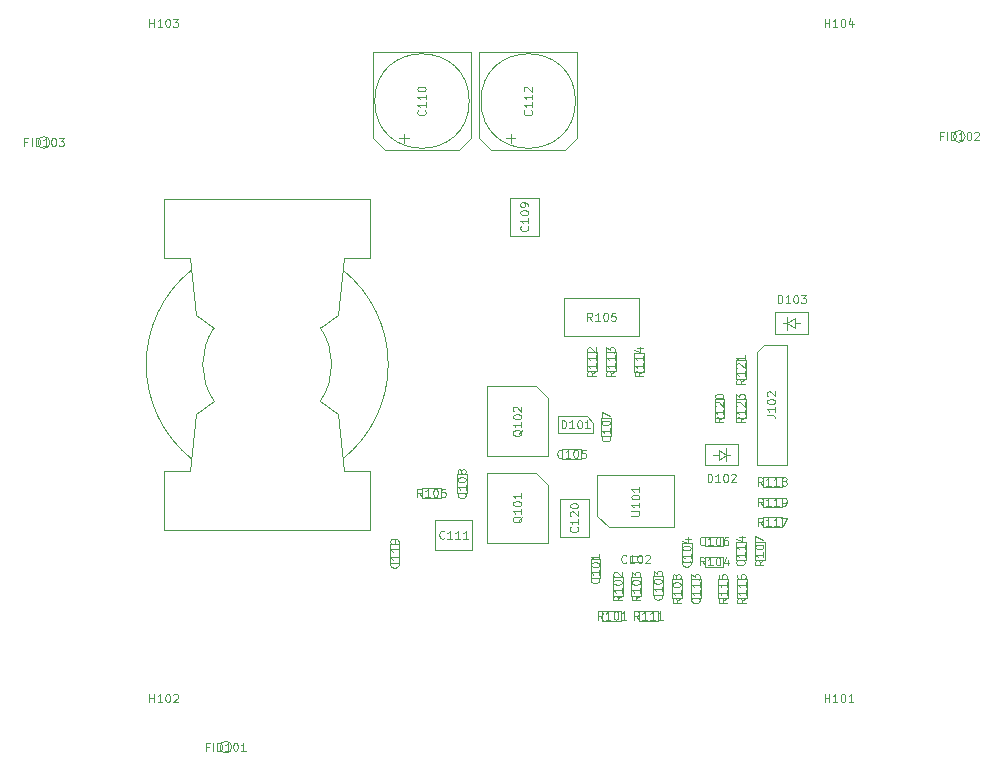
<source format=gbr>
%TF.GenerationSoftware,KiCad,Pcbnew,(5.1.7)-1*%
%TF.CreationDate,2021-06-10T19:06:36+03:00*%
%TF.ProjectId,SynchronousBuck,53796e63-6872-46f6-9e6f-75734275636b,rev?*%
%TF.SameCoordinates,Original*%
%TF.FileFunction,Other,Fab,Top*%
%FSLAX46Y46*%
G04 Gerber Fmt 4.6, Leading zero omitted, Abs format (unit mm)*
G04 Created by KiCad (PCBNEW (5.1.7)-1) date 2021-06-10 19:06:36*
%MOMM*%
%LPD*%
G01*
G04 APERTURE LIST*
%ADD10C,0.100000*%
%ADD11C,0.120000*%
G04 APERTURE END LIST*
D10*
%TO.C,C114*%
X119600000Y-115300000D02*
X120400000Y-115300000D01*
X120400000Y-115300000D02*
X120400000Y-116900000D01*
X120400000Y-116900000D02*
X119600000Y-116900000D01*
X119600000Y-116900000D02*
X119600000Y-115300000D01*
%TO.C,C113*%
X115800000Y-118500000D02*
X116600000Y-118500000D01*
X116600000Y-118500000D02*
X116600000Y-120100000D01*
X116600000Y-120100000D02*
X115800000Y-120100000D01*
X115800000Y-120100000D02*
X115800000Y-118500000D01*
%TO.C,U101*%
X107850000Y-109700000D02*
X107850000Y-113100000D01*
X108850000Y-114100000D02*
X114350000Y-114100000D01*
X114350000Y-114100000D02*
X114350000Y-109700000D01*
X114350000Y-109700000D02*
X107850000Y-109700000D01*
X107850000Y-113100000D02*
X108850000Y-114100000D01*
%TO.C,R105*%
X105050000Y-97900000D02*
X105050000Y-94700000D01*
X105050000Y-94700000D02*
X111350000Y-94700000D01*
X111350000Y-94700000D02*
X111350000Y-97900000D01*
X111350000Y-97900000D02*
X105050000Y-97900000D01*
%TO.C,C112*%
X106000000Y-78000000D02*
G75*
G03*
X106000000Y-78000000I-4000000J0D01*
G01*
X97850000Y-73850000D02*
X106150000Y-73850000D01*
X97850000Y-81150000D02*
X97850000Y-73850000D01*
X106150000Y-81150000D02*
X106150000Y-73850000D01*
X98850000Y-82150000D02*
X105150000Y-82150000D01*
X98850000Y-82150000D02*
X97850000Y-81150000D01*
X105150000Y-82150000D02*
X106150000Y-81150000D01*
X100500000Y-81562278D02*
X100500000Y-80762278D01*
X100100000Y-81162278D02*
X100900000Y-81162278D01*
%TO.C,C110*%
X97000000Y-78000000D02*
G75*
G03*
X97000000Y-78000000I-4000000J0D01*
G01*
X88850000Y-73850000D02*
X97150000Y-73850000D01*
X88850000Y-81150000D02*
X88850000Y-73850000D01*
X97150000Y-81150000D02*
X97150000Y-73850000D01*
X89850000Y-82150000D02*
X96150000Y-82150000D01*
X89850000Y-82150000D02*
X88850000Y-81150000D01*
X96150000Y-82150000D02*
X97150000Y-81150000D01*
X91500000Y-81562278D02*
X91500000Y-80762278D01*
X91100000Y-81162278D02*
X91900000Y-81162278D01*
%TO.C,R102*%
X109187500Y-119900000D02*
X109187500Y-118300000D01*
X110012500Y-119900000D02*
X109187500Y-119900000D01*
X110012500Y-118300000D02*
X110012500Y-119900000D01*
X109187500Y-118300000D02*
X110012500Y-118300000D01*
%TO.C,R120*%
X118612500Y-104800000D02*
X117787500Y-104800000D01*
X117787500Y-104800000D02*
X117787500Y-103200000D01*
X117787500Y-103200000D02*
X118612500Y-103200000D01*
X118612500Y-103200000D02*
X118612500Y-104800000D01*
%TO.C,D103*%
X124550000Y-96800000D02*
X125050000Y-96800000D01*
X124550000Y-97200000D02*
X123950000Y-96800000D01*
X124550000Y-96400000D02*
X124550000Y-97200000D01*
X123950000Y-96800000D02*
X124550000Y-96400000D01*
X123950000Y-96800000D02*
X123950000Y-97350000D01*
X123950000Y-96800000D02*
X123950000Y-96250000D01*
X123550000Y-96800000D02*
X123950000Y-96800000D01*
X122900000Y-97700000D02*
X122900000Y-95900000D01*
X125700000Y-97700000D02*
X122900000Y-97700000D01*
X125700000Y-95900000D02*
X125700000Y-97700000D01*
X122900000Y-95900000D02*
X125700000Y-95900000D01*
%TO.C,D102*%
X118114000Y-107950000D02*
X117614000Y-107950000D01*
X118114000Y-107550000D02*
X118714000Y-107950000D01*
X118114000Y-108350000D02*
X118114000Y-107550000D01*
X118714000Y-107950000D02*
X118114000Y-108350000D01*
X118714000Y-107950000D02*
X118714000Y-107400000D01*
X118714000Y-107950000D02*
X118714000Y-108500000D01*
X119114000Y-107950000D02*
X118714000Y-107950000D01*
X119764000Y-107050000D02*
X119764000Y-108850000D01*
X116964000Y-107050000D02*
X119764000Y-107050000D01*
X116964000Y-108850000D02*
X116964000Y-107050000D01*
X119764000Y-108850000D02*
X116964000Y-108850000D01*
%TO.C,R123*%
X120412500Y-103200000D02*
X120412500Y-104800000D01*
X119587500Y-103200000D02*
X120412500Y-103200000D01*
X119587500Y-104800000D02*
X119587500Y-103200000D01*
X120412500Y-104800000D02*
X119587500Y-104800000D01*
%TO.C,C120*%
X107168000Y-111684000D02*
X107168000Y-114884000D01*
X104668000Y-111684000D02*
X107168000Y-111684000D01*
X104668000Y-114884000D02*
X104668000Y-111684000D01*
X107168000Y-114884000D02*
X104668000Y-114884000D01*
%TO.C,C119*%
X91100000Y-115500000D02*
X91100000Y-117100000D01*
X90300000Y-115500000D02*
X91100000Y-115500000D01*
X90300000Y-117100000D02*
X90300000Y-115500000D01*
X91100000Y-117100000D02*
X90300000Y-117100000D01*
D11*
%TO.C,L101*%
X86400000Y-109300000D02*
X85900000Y-104500000D01*
X85900000Y-104500000D02*
X84400000Y-103400000D01*
X88600000Y-114300000D02*
X88600000Y-109300000D01*
X79900000Y-114300000D02*
X88600000Y-114300000D01*
X86400000Y-109300000D02*
X88600000Y-109300000D01*
X85900000Y-96100000D02*
X84400000Y-97200000D01*
X86400000Y-91300000D02*
X88600000Y-91300000D01*
X86400000Y-91300000D02*
X85900000Y-96100000D01*
X88600000Y-86300000D02*
X88600000Y-91300000D01*
X79900000Y-86300000D02*
X88600000Y-86300000D01*
X79900000Y-86300000D02*
X71200000Y-86300000D01*
X73400000Y-91300000D02*
X73900000Y-96100000D01*
X73400000Y-91300000D02*
X71200000Y-91300000D01*
X79900000Y-114300000D02*
X71200000Y-114300000D01*
X71200000Y-114300000D02*
X71200000Y-109300000D01*
X71200000Y-86300000D02*
X71200000Y-91300000D01*
X73900000Y-96100000D02*
X75400000Y-97200000D01*
X73400000Y-109300000D02*
X71200000Y-109300000D01*
X73900000Y-104500000D02*
X75400000Y-103400000D01*
X73400000Y-109300000D02*
X73900000Y-104500000D01*
X73500001Y-108299999D02*
G75*
G02*
X73500001Y-92300001I6399999J7999999D01*
G01*
X86299999Y-92300001D02*
G75*
G02*
X86299999Y-108299999I-6399999J-7999999D01*
G01*
X75398646Y-103398032D02*
G75*
G02*
X75400001Y-97200001I4501354J3098032D01*
G01*
X84401354Y-97201968D02*
G75*
G02*
X84399999Y-103399999I-4501354J-3098032D01*
G01*
D10*
%TO.C,FID103*%
X61500000Y-81500000D02*
G75*
G03*
X61500000Y-81500000I-500000J0D01*
G01*
%TO.C,FID102*%
X139000000Y-81000000D02*
G75*
G03*
X139000000Y-81000000I-500000J0D01*
G01*
%TO.C,FID101*%
X76900000Y-132700000D02*
G75*
G03*
X76900000Y-132700000I-500000J0D01*
G01*
%TO.C,R121*%
X120412500Y-99950000D02*
X120412500Y-101550000D01*
X119587500Y-99950000D02*
X120412500Y-99950000D01*
X119587500Y-101550000D02*
X119587500Y-99950000D01*
X120412500Y-101550000D02*
X119587500Y-101550000D01*
%TO.C,R119*%
X121850000Y-111587500D02*
X123450000Y-111587500D01*
X121850000Y-112412500D02*
X121850000Y-111587500D01*
X123450000Y-112412500D02*
X121850000Y-112412500D01*
X123450000Y-111587500D02*
X123450000Y-112412500D01*
%TO.C,R118*%
X123450000Y-110662500D02*
X121850000Y-110662500D01*
X123450000Y-109837500D02*
X123450000Y-110662500D01*
X121850000Y-109837500D02*
X123450000Y-109837500D01*
X121850000Y-110662500D02*
X121850000Y-109837500D01*
%TO.C,R117*%
X121850000Y-113237500D02*
X123450000Y-113237500D01*
X121850000Y-114062500D02*
X121850000Y-113237500D01*
X123450000Y-114062500D02*
X121850000Y-114062500D01*
X123450000Y-113237500D02*
X123450000Y-114062500D01*
%TO.C,J102*%
X121330000Y-99265000D02*
X121965000Y-98630000D01*
X121330000Y-108790000D02*
X121330000Y-99265000D01*
X123870000Y-108790000D02*
X121330000Y-108790000D01*
X123870000Y-98630000D02*
X123870000Y-108790000D01*
X121965000Y-98630000D02*
X123870000Y-98630000D01*
%TO.C,C102*%
X111600000Y-117050000D02*
X110600000Y-117050000D01*
X111600000Y-116550000D02*
X111600000Y-117050000D01*
X110600000Y-116550000D02*
X111600000Y-116550000D01*
X110600000Y-117050000D02*
X110600000Y-116550000D01*
%TO.C,C108*%
X96000000Y-111200000D02*
X96000000Y-109600000D01*
X96800000Y-111200000D02*
X96000000Y-111200000D01*
X96800000Y-109600000D02*
X96800000Y-111200000D01*
X96000000Y-109600000D02*
X96800000Y-109600000D01*
%TO.C,C107*%
X109000000Y-104800000D02*
X109000000Y-106400000D01*
X108200000Y-104800000D02*
X109000000Y-104800000D01*
X108200000Y-106400000D02*
X108200000Y-104800000D01*
X109000000Y-106400000D02*
X108200000Y-106400000D01*
%TO.C,C106*%
X116925000Y-114900000D02*
X118525000Y-114900000D01*
X116925000Y-115700000D02*
X116925000Y-114900000D01*
X118525000Y-115700000D02*
X116925000Y-115700000D01*
X118525000Y-114900000D02*
X118525000Y-115700000D01*
%TO.C,C105*%
X104875000Y-107500000D02*
X106475000Y-107500000D01*
X104875000Y-108300000D02*
X104875000Y-107500000D01*
X106475000Y-108300000D02*
X104875000Y-108300000D01*
X106475000Y-107500000D02*
X106475000Y-108300000D01*
%TO.C,C104*%
X115825000Y-115400000D02*
X115825000Y-117000000D01*
X115025000Y-115400000D02*
X115825000Y-115400000D01*
X115025000Y-117000000D02*
X115025000Y-115400000D01*
X115825000Y-117000000D02*
X115025000Y-117000000D01*
%TO.C,C103*%
X112600000Y-119800000D02*
X112600000Y-118200000D01*
X113400000Y-119800000D02*
X112600000Y-119800000D01*
X113400000Y-118200000D02*
X113400000Y-119800000D01*
X112600000Y-118200000D02*
X113400000Y-118200000D01*
%TO.C,R116*%
X120512500Y-118500000D02*
X120512500Y-120100000D01*
X119687500Y-118500000D02*
X120512500Y-118500000D01*
X119687500Y-120100000D02*
X119687500Y-118500000D01*
X120512500Y-120100000D02*
X119687500Y-120100000D01*
%TO.C,R115*%
X118912500Y-118500000D02*
X118912500Y-120100000D01*
X118087500Y-118500000D02*
X118912500Y-118500000D01*
X118087500Y-120100000D02*
X118087500Y-118500000D01*
X118912500Y-120100000D02*
X118087500Y-120100000D01*
%TO.C,R114*%
X110987500Y-100900000D02*
X110987500Y-99300000D01*
X111812500Y-100900000D02*
X110987500Y-100900000D01*
X111812500Y-99300000D02*
X111812500Y-100900000D01*
X110987500Y-99300000D02*
X111812500Y-99300000D01*
%TO.C,R113*%
X108587500Y-100876000D02*
X108587500Y-99276000D01*
X109412500Y-100876000D02*
X108587500Y-100876000D01*
X109412500Y-99276000D02*
X109412500Y-100876000D01*
X108587500Y-99276000D02*
X109412500Y-99276000D01*
%TO.C,R112*%
X106987500Y-100876000D02*
X106987500Y-99276000D01*
X107812500Y-100876000D02*
X106987500Y-100876000D01*
X107812500Y-99276000D02*
X107812500Y-100876000D01*
X106987500Y-99276000D02*
X107812500Y-99276000D01*
%TO.C,R111*%
X111375000Y-121187500D02*
X112975000Y-121187500D01*
X111375000Y-122012500D02*
X111375000Y-121187500D01*
X112975000Y-122012500D02*
X111375000Y-122012500D01*
X112975000Y-121187500D02*
X112975000Y-122012500D01*
%TO.C,Q102*%
X103675000Y-103150000D02*
X102675000Y-102150000D01*
X103675000Y-108050000D02*
X98525000Y-108050000D01*
X98525000Y-108050000D02*
X98525000Y-102150000D01*
X98525000Y-102150000D02*
X102675000Y-102150000D01*
X103675000Y-103150000D02*
X103675000Y-108050000D01*
%TO.C,R108*%
X114187500Y-120100000D02*
X114187500Y-118500000D01*
X115012500Y-120100000D02*
X114187500Y-120100000D01*
X115012500Y-118500000D02*
X115012500Y-120100000D01*
X114187500Y-118500000D02*
X115012500Y-118500000D01*
%TO.C,R107*%
X121187500Y-116900000D02*
X121187500Y-115300000D01*
X122012500Y-116900000D02*
X121187500Y-116900000D01*
X122012500Y-115300000D02*
X122012500Y-116900000D01*
X121187500Y-115300000D02*
X122012500Y-115300000D01*
%TO.C,R106*%
X93000000Y-110787500D02*
X94600000Y-110787500D01*
X93000000Y-111612500D02*
X93000000Y-110787500D01*
X94600000Y-111612500D02*
X93000000Y-111612500D01*
X94600000Y-110787500D02*
X94600000Y-111612500D01*
%TO.C,R104*%
X116925000Y-116587500D02*
X118525000Y-116587500D01*
X116925000Y-117412500D02*
X116925000Y-116587500D01*
X118525000Y-117412500D02*
X116925000Y-117412500D01*
X118525000Y-116587500D02*
X118525000Y-117412500D01*
%TO.C,R103*%
X111562500Y-118300000D02*
X111562500Y-119900000D01*
X110737500Y-118300000D02*
X111562500Y-118300000D01*
X110737500Y-119900000D02*
X110737500Y-118300000D01*
X111562500Y-119900000D02*
X110737500Y-119900000D01*
%TO.C,R101*%
X108275000Y-121187500D02*
X109875000Y-121187500D01*
X108275000Y-122012500D02*
X108275000Y-121187500D01*
X109875000Y-122012500D02*
X108275000Y-122012500D01*
X109875000Y-121187500D02*
X109875000Y-122012500D01*
%TO.C,Q101*%
X103675000Y-110500000D02*
X102675000Y-109500000D01*
X103675000Y-115400000D02*
X98525000Y-115400000D01*
X98525000Y-115400000D02*
X98525000Y-109500000D01*
X98525000Y-109500000D02*
X102675000Y-109500000D01*
X103675000Y-110500000D02*
X103675000Y-115400000D01*
%TO.C,D101*%
X104480000Y-104700000D02*
X104480000Y-106100000D01*
X107520000Y-106100000D02*
X104480000Y-106100000D01*
X106950000Y-104700000D02*
X107520000Y-105250000D01*
X107520000Y-105250000D02*
X107520000Y-106100000D01*
X106950000Y-104700000D02*
X104500000Y-104700000D01*
%TO.C,C111*%
X94075000Y-113500000D02*
X97275000Y-113500000D01*
X94075000Y-116000000D02*
X94075000Y-113500000D01*
X97275000Y-116000000D02*
X94075000Y-116000000D01*
X97275000Y-113500000D02*
X97275000Y-116000000D01*
%TO.C,C109*%
X100450000Y-89400000D02*
X100450000Y-86200000D01*
X102950000Y-89400000D02*
X100450000Y-89400000D01*
X102950000Y-86200000D02*
X102950000Y-89400000D01*
X100450000Y-86200000D02*
X102950000Y-86200000D01*
%TO.C,C101*%
X107300000Y-118400000D02*
X107300000Y-116800000D01*
X108100000Y-118400000D02*
X107300000Y-118400000D01*
X108100000Y-116800000D02*
X108100000Y-118400000D01*
X107300000Y-116800000D02*
X108100000Y-116800000D01*
%TD*%
%TO.C,C114*%
X120250000Y-116883333D02*
X120283333Y-116916666D01*
X120316666Y-117016666D01*
X120316666Y-117083333D01*
X120283333Y-117183333D01*
X120216666Y-117250000D01*
X120150000Y-117283333D01*
X120016666Y-117316666D01*
X119916666Y-117316666D01*
X119783333Y-117283333D01*
X119716666Y-117250000D01*
X119650000Y-117183333D01*
X119616666Y-117083333D01*
X119616666Y-117016666D01*
X119650000Y-116916666D01*
X119683333Y-116883333D01*
X120316666Y-116216666D02*
X120316666Y-116616666D01*
X120316666Y-116416666D02*
X119616666Y-116416666D01*
X119716666Y-116483333D01*
X119783333Y-116550000D01*
X119816666Y-116616666D01*
X120316666Y-115550000D02*
X120316666Y-115950000D01*
X120316666Y-115750000D02*
X119616666Y-115750000D01*
X119716666Y-115816666D01*
X119783333Y-115883333D01*
X119816666Y-115950000D01*
X119850000Y-114950000D02*
X120316666Y-114950000D01*
X119583333Y-115116666D02*
X120083333Y-115283333D01*
X120083333Y-114850000D01*
%TO.C,C113*%
X116450000Y-120083333D02*
X116483333Y-120116666D01*
X116516666Y-120216666D01*
X116516666Y-120283333D01*
X116483333Y-120383333D01*
X116416666Y-120450000D01*
X116350000Y-120483333D01*
X116216666Y-120516666D01*
X116116666Y-120516666D01*
X115983333Y-120483333D01*
X115916666Y-120450000D01*
X115850000Y-120383333D01*
X115816666Y-120283333D01*
X115816666Y-120216666D01*
X115850000Y-120116666D01*
X115883333Y-120083333D01*
X116516666Y-119416666D02*
X116516666Y-119816666D01*
X116516666Y-119616666D02*
X115816666Y-119616666D01*
X115916666Y-119683333D01*
X115983333Y-119750000D01*
X116016666Y-119816666D01*
X116516666Y-118750000D02*
X116516666Y-119150000D01*
X116516666Y-118950000D02*
X115816666Y-118950000D01*
X115916666Y-119016666D01*
X115983333Y-119083333D01*
X116016666Y-119150000D01*
X115816666Y-118516666D02*
X115816666Y-118083333D01*
X116083333Y-118316666D01*
X116083333Y-118216666D01*
X116116666Y-118150000D01*
X116150000Y-118116666D01*
X116216666Y-118083333D01*
X116383333Y-118083333D01*
X116450000Y-118116666D01*
X116483333Y-118150000D01*
X116516666Y-118216666D01*
X116516666Y-118416666D01*
X116483333Y-118483333D01*
X116450000Y-118516666D01*
%TO.C,U101*%
X110716666Y-113100000D02*
X111283333Y-113100000D01*
X111350000Y-113066666D01*
X111383333Y-113033333D01*
X111416666Y-112966666D01*
X111416666Y-112833333D01*
X111383333Y-112766666D01*
X111350000Y-112733333D01*
X111283333Y-112700000D01*
X110716666Y-112700000D01*
X111416666Y-112000000D02*
X111416666Y-112400000D01*
X111416666Y-112200000D02*
X110716666Y-112200000D01*
X110816666Y-112266666D01*
X110883333Y-112333333D01*
X110916666Y-112400000D01*
X110716666Y-111566666D02*
X110716666Y-111500000D01*
X110750000Y-111433333D01*
X110783333Y-111400000D01*
X110850000Y-111366666D01*
X110983333Y-111333333D01*
X111150000Y-111333333D01*
X111283333Y-111366666D01*
X111350000Y-111400000D01*
X111383333Y-111433333D01*
X111416666Y-111500000D01*
X111416666Y-111566666D01*
X111383333Y-111633333D01*
X111350000Y-111666666D01*
X111283333Y-111700000D01*
X111150000Y-111733333D01*
X110983333Y-111733333D01*
X110850000Y-111700000D01*
X110783333Y-111666666D01*
X110750000Y-111633333D01*
X110716666Y-111566666D01*
X111416666Y-110666666D02*
X111416666Y-111066666D01*
X111416666Y-110866666D02*
X110716666Y-110866666D01*
X110816666Y-110933333D01*
X110883333Y-111000000D01*
X110916666Y-111066666D01*
%TO.C,R105*%
X107416666Y-96616666D02*
X107183333Y-96283333D01*
X107016666Y-96616666D02*
X107016666Y-95916666D01*
X107283333Y-95916666D01*
X107350000Y-95950000D01*
X107383333Y-95983333D01*
X107416666Y-96050000D01*
X107416666Y-96150000D01*
X107383333Y-96216666D01*
X107350000Y-96250000D01*
X107283333Y-96283333D01*
X107016666Y-96283333D01*
X108083333Y-96616666D02*
X107683333Y-96616666D01*
X107883333Y-96616666D02*
X107883333Y-95916666D01*
X107816666Y-96016666D01*
X107750000Y-96083333D01*
X107683333Y-96116666D01*
X108516666Y-95916666D02*
X108583333Y-95916666D01*
X108650000Y-95950000D01*
X108683333Y-95983333D01*
X108716666Y-96050000D01*
X108750000Y-96183333D01*
X108750000Y-96350000D01*
X108716666Y-96483333D01*
X108683333Y-96550000D01*
X108650000Y-96583333D01*
X108583333Y-96616666D01*
X108516666Y-96616666D01*
X108450000Y-96583333D01*
X108416666Y-96550000D01*
X108383333Y-96483333D01*
X108350000Y-96350000D01*
X108350000Y-96183333D01*
X108383333Y-96050000D01*
X108416666Y-95983333D01*
X108450000Y-95950000D01*
X108516666Y-95916666D01*
X109383333Y-95916666D02*
X109050000Y-95916666D01*
X109016666Y-96250000D01*
X109050000Y-96216666D01*
X109116666Y-96183333D01*
X109283333Y-96183333D01*
X109350000Y-96216666D01*
X109383333Y-96250000D01*
X109416666Y-96316666D01*
X109416666Y-96483333D01*
X109383333Y-96550000D01*
X109350000Y-96583333D01*
X109283333Y-96616666D01*
X109116666Y-96616666D01*
X109050000Y-96583333D01*
X109016666Y-96550000D01*
%TO.C,C112*%
X102250000Y-78783333D02*
X102283333Y-78816666D01*
X102316666Y-78916666D01*
X102316666Y-78983333D01*
X102283333Y-79083333D01*
X102216666Y-79150000D01*
X102150000Y-79183333D01*
X102016666Y-79216666D01*
X101916666Y-79216666D01*
X101783333Y-79183333D01*
X101716666Y-79150000D01*
X101650000Y-79083333D01*
X101616666Y-78983333D01*
X101616666Y-78916666D01*
X101650000Y-78816666D01*
X101683333Y-78783333D01*
X102316666Y-78116666D02*
X102316666Y-78516666D01*
X102316666Y-78316666D02*
X101616666Y-78316666D01*
X101716666Y-78383333D01*
X101783333Y-78450000D01*
X101816666Y-78516666D01*
X102316666Y-77450000D02*
X102316666Y-77850000D01*
X102316666Y-77650000D02*
X101616666Y-77650000D01*
X101716666Y-77716666D01*
X101783333Y-77783333D01*
X101816666Y-77850000D01*
X101683333Y-77183333D02*
X101650000Y-77150000D01*
X101616666Y-77083333D01*
X101616666Y-76916666D01*
X101650000Y-76850000D01*
X101683333Y-76816666D01*
X101750000Y-76783333D01*
X101816666Y-76783333D01*
X101916666Y-76816666D01*
X102316666Y-77216666D01*
X102316666Y-76783333D01*
%TO.C,C110*%
X93250000Y-78783333D02*
X93283333Y-78816666D01*
X93316666Y-78916666D01*
X93316666Y-78983333D01*
X93283333Y-79083333D01*
X93216666Y-79150000D01*
X93150000Y-79183333D01*
X93016666Y-79216666D01*
X92916666Y-79216666D01*
X92783333Y-79183333D01*
X92716666Y-79150000D01*
X92650000Y-79083333D01*
X92616666Y-78983333D01*
X92616666Y-78916666D01*
X92650000Y-78816666D01*
X92683333Y-78783333D01*
X93316666Y-78116666D02*
X93316666Y-78516666D01*
X93316666Y-78316666D02*
X92616666Y-78316666D01*
X92716666Y-78383333D01*
X92783333Y-78450000D01*
X92816666Y-78516666D01*
X93316666Y-77450000D02*
X93316666Y-77850000D01*
X93316666Y-77650000D02*
X92616666Y-77650000D01*
X92716666Y-77716666D01*
X92783333Y-77783333D01*
X92816666Y-77850000D01*
X92616666Y-77016666D02*
X92616666Y-76950000D01*
X92650000Y-76883333D01*
X92683333Y-76850000D01*
X92750000Y-76816666D01*
X92883333Y-76783333D01*
X93050000Y-76783333D01*
X93183333Y-76816666D01*
X93250000Y-76850000D01*
X93283333Y-76883333D01*
X93316666Y-76950000D01*
X93316666Y-77016666D01*
X93283333Y-77083333D01*
X93250000Y-77116666D01*
X93183333Y-77150000D01*
X93050000Y-77183333D01*
X92883333Y-77183333D01*
X92750000Y-77150000D01*
X92683333Y-77116666D01*
X92650000Y-77083333D01*
X92616666Y-77016666D01*
%TO.C,R102*%
X109916666Y-119883333D02*
X109583333Y-120116666D01*
X109916666Y-120283333D02*
X109216666Y-120283333D01*
X109216666Y-120016666D01*
X109250000Y-119950000D01*
X109283333Y-119916666D01*
X109350000Y-119883333D01*
X109450000Y-119883333D01*
X109516666Y-119916666D01*
X109550000Y-119950000D01*
X109583333Y-120016666D01*
X109583333Y-120283333D01*
X109916666Y-119216666D02*
X109916666Y-119616666D01*
X109916666Y-119416666D02*
X109216666Y-119416666D01*
X109316666Y-119483333D01*
X109383333Y-119550000D01*
X109416666Y-119616666D01*
X109216666Y-118783333D02*
X109216666Y-118716666D01*
X109250000Y-118650000D01*
X109283333Y-118616666D01*
X109350000Y-118583333D01*
X109483333Y-118550000D01*
X109650000Y-118550000D01*
X109783333Y-118583333D01*
X109850000Y-118616666D01*
X109883333Y-118650000D01*
X109916666Y-118716666D01*
X109916666Y-118783333D01*
X109883333Y-118850000D01*
X109850000Y-118883333D01*
X109783333Y-118916666D01*
X109650000Y-118950000D01*
X109483333Y-118950000D01*
X109350000Y-118916666D01*
X109283333Y-118883333D01*
X109250000Y-118850000D01*
X109216666Y-118783333D01*
X109283333Y-118283333D02*
X109250000Y-118250000D01*
X109216666Y-118183333D01*
X109216666Y-118016666D01*
X109250000Y-117950000D01*
X109283333Y-117916666D01*
X109350000Y-117883333D01*
X109416666Y-117883333D01*
X109516666Y-117916666D01*
X109916666Y-118316666D01*
X109916666Y-117883333D01*
%TO.C,R120*%
X118516666Y-104783333D02*
X118183333Y-105016666D01*
X118516666Y-105183333D02*
X117816666Y-105183333D01*
X117816666Y-104916666D01*
X117850000Y-104850000D01*
X117883333Y-104816666D01*
X117950000Y-104783333D01*
X118050000Y-104783333D01*
X118116666Y-104816666D01*
X118150000Y-104850000D01*
X118183333Y-104916666D01*
X118183333Y-105183333D01*
X118516666Y-104116666D02*
X118516666Y-104516666D01*
X118516666Y-104316666D02*
X117816666Y-104316666D01*
X117916666Y-104383333D01*
X117983333Y-104450000D01*
X118016666Y-104516666D01*
X117883333Y-103850000D02*
X117850000Y-103816666D01*
X117816666Y-103750000D01*
X117816666Y-103583333D01*
X117850000Y-103516666D01*
X117883333Y-103483333D01*
X117950000Y-103450000D01*
X118016666Y-103450000D01*
X118116666Y-103483333D01*
X118516666Y-103883333D01*
X118516666Y-103450000D01*
X117816666Y-103016666D02*
X117816666Y-102950000D01*
X117850000Y-102883333D01*
X117883333Y-102850000D01*
X117950000Y-102816666D01*
X118083333Y-102783333D01*
X118250000Y-102783333D01*
X118383333Y-102816666D01*
X118450000Y-102850000D01*
X118483333Y-102883333D01*
X118516666Y-102950000D01*
X118516666Y-103016666D01*
X118483333Y-103083333D01*
X118450000Y-103116666D01*
X118383333Y-103150000D01*
X118250000Y-103183333D01*
X118083333Y-103183333D01*
X117950000Y-103150000D01*
X117883333Y-103116666D01*
X117850000Y-103083333D01*
X117816666Y-103016666D01*
%TO.C,D103*%
X123116666Y-95116666D02*
X123116666Y-94416666D01*
X123283333Y-94416666D01*
X123383333Y-94450000D01*
X123450000Y-94516666D01*
X123483333Y-94583333D01*
X123516666Y-94716666D01*
X123516666Y-94816666D01*
X123483333Y-94950000D01*
X123450000Y-95016666D01*
X123383333Y-95083333D01*
X123283333Y-95116666D01*
X123116666Y-95116666D01*
X124183333Y-95116666D02*
X123783333Y-95116666D01*
X123983333Y-95116666D02*
X123983333Y-94416666D01*
X123916666Y-94516666D01*
X123850000Y-94583333D01*
X123783333Y-94616666D01*
X124616666Y-94416666D02*
X124683333Y-94416666D01*
X124750000Y-94450000D01*
X124783333Y-94483333D01*
X124816666Y-94550000D01*
X124850000Y-94683333D01*
X124850000Y-94850000D01*
X124816666Y-94983333D01*
X124783333Y-95050000D01*
X124750000Y-95083333D01*
X124683333Y-95116666D01*
X124616666Y-95116666D01*
X124550000Y-95083333D01*
X124516666Y-95050000D01*
X124483333Y-94983333D01*
X124450000Y-94850000D01*
X124450000Y-94683333D01*
X124483333Y-94550000D01*
X124516666Y-94483333D01*
X124550000Y-94450000D01*
X124616666Y-94416666D01*
X125083333Y-94416666D02*
X125516666Y-94416666D01*
X125283333Y-94683333D01*
X125383333Y-94683333D01*
X125450000Y-94716666D01*
X125483333Y-94750000D01*
X125516666Y-94816666D01*
X125516666Y-94983333D01*
X125483333Y-95050000D01*
X125450000Y-95083333D01*
X125383333Y-95116666D01*
X125183333Y-95116666D01*
X125116666Y-95083333D01*
X125083333Y-95050000D01*
%TO.C,D102*%
X117180666Y-110266666D02*
X117180666Y-109566666D01*
X117347333Y-109566666D01*
X117447333Y-109600000D01*
X117514000Y-109666666D01*
X117547333Y-109733333D01*
X117580666Y-109866666D01*
X117580666Y-109966666D01*
X117547333Y-110100000D01*
X117514000Y-110166666D01*
X117447333Y-110233333D01*
X117347333Y-110266666D01*
X117180666Y-110266666D01*
X118247333Y-110266666D02*
X117847333Y-110266666D01*
X118047333Y-110266666D02*
X118047333Y-109566666D01*
X117980666Y-109666666D01*
X117914000Y-109733333D01*
X117847333Y-109766666D01*
X118680666Y-109566666D02*
X118747333Y-109566666D01*
X118814000Y-109600000D01*
X118847333Y-109633333D01*
X118880666Y-109700000D01*
X118914000Y-109833333D01*
X118914000Y-110000000D01*
X118880666Y-110133333D01*
X118847333Y-110200000D01*
X118814000Y-110233333D01*
X118747333Y-110266666D01*
X118680666Y-110266666D01*
X118614000Y-110233333D01*
X118580666Y-110200000D01*
X118547333Y-110133333D01*
X118514000Y-110000000D01*
X118514000Y-109833333D01*
X118547333Y-109700000D01*
X118580666Y-109633333D01*
X118614000Y-109600000D01*
X118680666Y-109566666D01*
X119180666Y-109633333D02*
X119214000Y-109600000D01*
X119280666Y-109566666D01*
X119447333Y-109566666D01*
X119514000Y-109600000D01*
X119547333Y-109633333D01*
X119580666Y-109700000D01*
X119580666Y-109766666D01*
X119547333Y-109866666D01*
X119147333Y-110266666D01*
X119580666Y-110266666D01*
%TO.C,R123*%
X120316666Y-104783333D02*
X119983333Y-105016666D01*
X120316666Y-105183333D02*
X119616666Y-105183333D01*
X119616666Y-104916666D01*
X119650000Y-104850000D01*
X119683333Y-104816666D01*
X119750000Y-104783333D01*
X119850000Y-104783333D01*
X119916666Y-104816666D01*
X119950000Y-104850000D01*
X119983333Y-104916666D01*
X119983333Y-105183333D01*
X120316666Y-104116666D02*
X120316666Y-104516666D01*
X120316666Y-104316666D02*
X119616666Y-104316666D01*
X119716666Y-104383333D01*
X119783333Y-104450000D01*
X119816666Y-104516666D01*
X119683333Y-103850000D02*
X119650000Y-103816666D01*
X119616666Y-103750000D01*
X119616666Y-103583333D01*
X119650000Y-103516666D01*
X119683333Y-103483333D01*
X119750000Y-103450000D01*
X119816666Y-103450000D01*
X119916666Y-103483333D01*
X120316666Y-103883333D01*
X120316666Y-103450000D01*
X119616666Y-103216666D02*
X119616666Y-102783333D01*
X119883333Y-103016666D01*
X119883333Y-102916666D01*
X119916666Y-102850000D01*
X119950000Y-102816666D01*
X120016666Y-102783333D01*
X120183333Y-102783333D01*
X120250000Y-102816666D01*
X120283333Y-102850000D01*
X120316666Y-102916666D01*
X120316666Y-103116666D01*
X120283333Y-103183333D01*
X120250000Y-103216666D01*
%TO.C,C120*%
X106168000Y-114067333D02*
X106201333Y-114100666D01*
X106234666Y-114200666D01*
X106234666Y-114267333D01*
X106201333Y-114367333D01*
X106134666Y-114434000D01*
X106068000Y-114467333D01*
X105934666Y-114500666D01*
X105834666Y-114500666D01*
X105701333Y-114467333D01*
X105634666Y-114434000D01*
X105568000Y-114367333D01*
X105534666Y-114267333D01*
X105534666Y-114200666D01*
X105568000Y-114100666D01*
X105601333Y-114067333D01*
X106234666Y-113400666D02*
X106234666Y-113800666D01*
X106234666Y-113600666D02*
X105534666Y-113600666D01*
X105634666Y-113667333D01*
X105701333Y-113734000D01*
X105734666Y-113800666D01*
X105601333Y-113134000D02*
X105568000Y-113100666D01*
X105534666Y-113034000D01*
X105534666Y-112867333D01*
X105568000Y-112800666D01*
X105601333Y-112767333D01*
X105668000Y-112734000D01*
X105734666Y-112734000D01*
X105834666Y-112767333D01*
X106234666Y-113167333D01*
X106234666Y-112734000D01*
X105534666Y-112300666D02*
X105534666Y-112234000D01*
X105568000Y-112167333D01*
X105601333Y-112134000D01*
X105668000Y-112100666D01*
X105801333Y-112067333D01*
X105968000Y-112067333D01*
X106101333Y-112100666D01*
X106168000Y-112134000D01*
X106201333Y-112167333D01*
X106234666Y-112234000D01*
X106234666Y-112300666D01*
X106201333Y-112367333D01*
X106168000Y-112400666D01*
X106101333Y-112434000D01*
X105968000Y-112467333D01*
X105801333Y-112467333D01*
X105668000Y-112434000D01*
X105601333Y-112400666D01*
X105568000Y-112367333D01*
X105534666Y-112300666D01*
%TO.C,C119*%
X90950000Y-117083333D02*
X90983333Y-117116666D01*
X91016666Y-117216666D01*
X91016666Y-117283333D01*
X90983333Y-117383333D01*
X90916666Y-117450000D01*
X90850000Y-117483333D01*
X90716666Y-117516666D01*
X90616666Y-117516666D01*
X90483333Y-117483333D01*
X90416666Y-117450000D01*
X90350000Y-117383333D01*
X90316666Y-117283333D01*
X90316666Y-117216666D01*
X90350000Y-117116666D01*
X90383333Y-117083333D01*
X91016666Y-116416666D02*
X91016666Y-116816666D01*
X91016666Y-116616666D02*
X90316666Y-116616666D01*
X90416666Y-116683333D01*
X90483333Y-116750000D01*
X90516666Y-116816666D01*
X91016666Y-115750000D02*
X91016666Y-116150000D01*
X91016666Y-115950000D02*
X90316666Y-115950000D01*
X90416666Y-116016666D01*
X90483333Y-116083333D01*
X90516666Y-116150000D01*
X91016666Y-115416666D02*
X91016666Y-115283333D01*
X90983333Y-115216666D01*
X90950000Y-115183333D01*
X90850000Y-115116666D01*
X90716666Y-115083333D01*
X90450000Y-115083333D01*
X90383333Y-115116666D01*
X90350000Y-115150000D01*
X90316666Y-115216666D01*
X90316666Y-115350000D01*
X90350000Y-115416666D01*
X90383333Y-115450000D01*
X90450000Y-115483333D01*
X90616666Y-115483333D01*
X90683333Y-115450000D01*
X90716666Y-115416666D01*
X90750000Y-115350000D01*
X90750000Y-115216666D01*
X90716666Y-115150000D01*
X90683333Y-115116666D01*
X90616666Y-115083333D01*
%TO.C,H104*%
X127084270Y-71732396D02*
X127084270Y-71032396D01*
X127084270Y-71365730D02*
X127484270Y-71365730D01*
X127484270Y-71732396D02*
X127484270Y-71032396D01*
X128184270Y-71732396D02*
X127784270Y-71732396D01*
X127984270Y-71732396D02*
X127984270Y-71032396D01*
X127917603Y-71132396D01*
X127850936Y-71199063D01*
X127784270Y-71232396D01*
X128617603Y-71032396D02*
X128684270Y-71032396D01*
X128750936Y-71065730D01*
X128784270Y-71099063D01*
X128817603Y-71165730D01*
X128850936Y-71299063D01*
X128850936Y-71465730D01*
X128817603Y-71599063D01*
X128784270Y-71665730D01*
X128750936Y-71699063D01*
X128684270Y-71732396D01*
X128617603Y-71732396D01*
X128550936Y-71699063D01*
X128517603Y-71665730D01*
X128484270Y-71599063D01*
X128450936Y-71465730D01*
X128450936Y-71299063D01*
X128484270Y-71165730D01*
X128517603Y-71099063D01*
X128550936Y-71065730D01*
X128617603Y-71032396D01*
X129450936Y-71265730D02*
X129450936Y-71732396D01*
X129284270Y-70999063D02*
X129117603Y-71499063D01*
X129550936Y-71499063D01*
%TO.C,H103*%
X69915730Y-71732396D02*
X69915730Y-71032396D01*
X69915730Y-71365730D02*
X70315730Y-71365730D01*
X70315730Y-71732396D02*
X70315730Y-71032396D01*
X71015730Y-71732396D02*
X70615730Y-71732396D01*
X70815730Y-71732396D02*
X70815730Y-71032396D01*
X70749063Y-71132396D01*
X70682396Y-71199063D01*
X70615730Y-71232396D01*
X71449063Y-71032396D02*
X71515730Y-71032396D01*
X71582396Y-71065730D01*
X71615730Y-71099063D01*
X71649063Y-71165730D01*
X71682396Y-71299063D01*
X71682396Y-71465730D01*
X71649063Y-71599063D01*
X71615730Y-71665730D01*
X71582396Y-71699063D01*
X71515730Y-71732396D01*
X71449063Y-71732396D01*
X71382396Y-71699063D01*
X71349063Y-71665730D01*
X71315730Y-71599063D01*
X71282396Y-71465730D01*
X71282396Y-71299063D01*
X71315730Y-71165730D01*
X71349063Y-71099063D01*
X71382396Y-71065730D01*
X71449063Y-71032396D01*
X71915730Y-71032396D02*
X72349063Y-71032396D01*
X72115730Y-71299063D01*
X72215730Y-71299063D01*
X72282396Y-71332396D01*
X72315730Y-71365730D01*
X72349063Y-71432396D01*
X72349063Y-71599063D01*
X72315730Y-71665730D01*
X72282396Y-71699063D01*
X72215730Y-71732396D01*
X72015730Y-71732396D01*
X71949063Y-71699063D01*
X71915730Y-71665730D01*
%TO.C,H102*%
X69915730Y-128900936D02*
X69915730Y-128200936D01*
X69915730Y-128534270D02*
X70315730Y-128534270D01*
X70315730Y-128900936D02*
X70315730Y-128200936D01*
X71015730Y-128900936D02*
X70615730Y-128900936D01*
X70815730Y-128900936D02*
X70815730Y-128200936D01*
X70749063Y-128300936D01*
X70682396Y-128367603D01*
X70615730Y-128400936D01*
X71449063Y-128200936D02*
X71515730Y-128200936D01*
X71582396Y-128234270D01*
X71615730Y-128267603D01*
X71649063Y-128334270D01*
X71682396Y-128467603D01*
X71682396Y-128634270D01*
X71649063Y-128767603D01*
X71615730Y-128834270D01*
X71582396Y-128867603D01*
X71515730Y-128900936D01*
X71449063Y-128900936D01*
X71382396Y-128867603D01*
X71349063Y-128834270D01*
X71315730Y-128767603D01*
X71282396Y-128634270D01*
X71282396Y-128467603D01*
X71315730Y-128334270D01*
X71349063Y-128267603D01*
X71382396Y-128234270D01*
X71449063Y-128200936D01*
X71949063Y-128267603D02*
X71982396Y-128234270D01*
X72049063Y-128200936D01*
X72215730Y-128200936D01*
X72282396Y-128234270D01*
X72315730Y-128267603D01*
X72349063Y-128334270D01*
X72349063Y-128400936D01*
X72315730Y-128500936D01*
X71915730Y-128900936D01*
X72349063Y-128900936D01*
%TO.C,H101*%
X127084270Y-128900936D02*
X127084270Y-128200936D01*
X127084270Y-128534270D02*
X127484270Y-128534270D01*
X127484270Y-128900936D02*
X127484270Y-128200936D01*
X128184270Y-128900936D02*
X127784270Y-128900936D01*
X127984270Y-128900936D02*
X127984270Y-128200936D01*
X127917603Y-128300936D01*
X127850936Y-128367603D01*
X127784270Y-128400936D01*
X128617603Y-128200936D02*
X128684270Y-128200936D01*
X128750936Y-128234270D01*
X128784270Y-128267603D01*
X128817603Y-128334270D01*
X128850936Y-128467603D01*
X128850936Y-128634270D01*
X128817603Y-128767603D01*
X128784270Y-128834270D01*
X128750936Y-128867603D01*
X128684270Y-128900936D01*
X128617603Y-128900936D01*
X128550936Y-128867603D01*
X128517603Y-128834270D01*
X128484270Y-128767603D01*
X128450936Y-128634270D01*
X128450936Y-128467603D01*
X128484270Y-128334270D01*
X128517603Y-128267603D01*
X128550936Y-128234270D01*
X128617603Y-128200936D01*
X129517603Y-128900936D02*
X129117603Y-128900936D01*
X129317603Y-128900936D02*
X129317603Y-128200936D01*
X129250936Y-128300936D01*
X129184270Y-128367603D01*
X129117603Y-128400936D01*
%TO.C,FID103*%
X59583333Y-81450000D02*
X59350000Y-81450000D01*
X59350000Y-81816666D02*
X59350000Y-81116666D01*
X59683333Y-81116666D01*
X59950000Y-81816666D02*
X59950000Y-81116666D01*
X60283333Y-81816666D02*
X60283333Y-81116666D01*
X60450000Y-81116666D01*
X60550000Y-81150000D01*
X60616666Y-81216666D01*
X60650000Y-81283333D01*
X60683333Y-81416666D01*
X60683333Y-81516666D01*
X60650000Y-81650000D01*
X60616666Y-81716666D01*
X60550000Y-81783333D01*
X60450000Y-81816666D01*
X60283333Y-81816666D01*
X61350000Y-81816666D02*
X60950000Y-81816666D01*
X61150000Y-81816666D02*
X61150000Y-81116666D01*
X61083333Y-81216666D01*
X61016666Y-81283333D01*
X60950000Y-81316666D01*
X61783333Y-81116666D02*
X61850000Y-81116666D01*
X61916666Y-81150000D01*
X61950000Y-81183333D01*
X61983333Y-81250000D01*
X62016666Y-81383333D01*
X62016666Y-81550000D01*
X61983333Y-81683333D01*
X61950000Y-81750000D01*
X61916666Y-81783333D01*
X61850000Y-81816666D01*
X61783333Y-81816666D01*
X61716666Y-81783333D01*
X61683333Y-81750000D01*
X61650000Y-81683333D01*
X61616666Y-81550000D01*
X61616666Y-81383333D01*
X61650000Y-81250000D01*
X61683333Y-81183333D01*
X61716666Y-81150000D01*
X61783333Y-81116666D01*
X62250000Y-81116666D02*
X62683333Y-81116666D01*
X62450000Y-81383333D01*
X62550000Y-81383333D01*
X62616666Y-81416666D01*
X62650000Y-81450000D01*
X62683333Y-81516666D01*
X62683333Y-81683333D01*
X62650000Y-81750000D01*
X62616666Y-81783333D01*
X62550000Y-81816666D01*
X62350000Y-81816666D01*
X62283333Y-81783333D01*
X62250000Y-81750000D01*
%TO.C,FID102*%
X137083333Y-80950000D02*
X136850000Y-80950000D01*
X136850000Y-81316666D02*
X136850000Y-80616666D01*
X137183333Y-80616666D01*
X137450000Y-81316666D02*
X137450000Y-80616666D01*
X137783333Y-81316666D02*
X137783333Y-80616666D01*
X137950000Y-80616666D01*
X138050000Y-80650000D01*
X138116666Y-80716666D01*
X138150000Y-80783333D01*
X138183333Y-80916666D01*
X138183333Y-81016666D01*
X138150000Y-81150000D01*
X138116666Y-81216666D01*
X138050000Y-81283333D01*
X137950000Y-81316666D01*
X137783333Y-81316666D01*
X138850000Y-81316666D02*
X138450000Y-81316666D01*
X138650000Y-81316666D02*
X138650000Y-80616666D01*
X138583333Y-80716666D01*
X138516666Y-80783333D01*
X138450000Y-80816666D01*
X139283333Y-80616666D02*
X139350000Y-80616666D01*
X139416666Y-80650000D01*
X139450000Y-80683333D01*
X139483333Y-80750000D01*
X139516666Y-80883333D01*
X139516666Y-81050000D01*
X139483333Y-81183333D01*
X139450000Y-81250000D01*
X139416666Y-81283333D01*
X139350000Y-81316666D01*
X139283333Y-81316666D01*
X139216666Y-81283333D01*
X139183333Y-81250000D01*
X139150000Y-81183333D01*
X139116666Y-81050000D01*
X139116666Y-80883333D01*
X139150000Y-80750000D01*
X139183333Y-80683333D01*
X139216666Y-80650000D01*
X139283333Y-80616666D01*
X139783333Y-80683333D02*
X139816666Y-80650000D01*
X139883333Y-80616666D01*
X140050000Y-80616666D01*
X140116666Y-80650000D01*
X140150000Y-80683333D01*
X140183333Y-80750000D01*
X140183333Y-80816666D01*
X140150000Y-80916666D01*
X139750000Y-81316666D01*
X140183333Y-81316666D01*
%TO.C,FID101*%
X74983333Y-132650000D02*
X74750000Y-132650000D01*
X74750000Y-133016666D02*
X74750000Y-132316666D01*
X75083333Y-132316666D01*
X75350000Y-133016666D02*
X75350000Y-132316666D01*
X75683333Y-133016666D02*
X75683333Y-132316666D01*
X75850000Y-132316666D01*
X75950000Y-132350000D01*
X76016666Y-132416666D01*
X76050000Y-132483333D01*
X76083333Y-132616666D01*
X76083333Y-132716666D01*
X76050000Y-132850000D01*
X76016666Y-132916666D01*
X75950000Y-132983333D01*
X75850000Y-133016666D01*
X75683333Y-133016666D01*
X76750000Y-133016666D02*
X76350000Y-133016666D01*
X76550000Y-133016666D02*
X76550000Y-132316666D01*
X76483333Y-132416666D01*
X76416666Y-132483333D01*
X76350000Y-132516666D01*
X77183333Y-132316666D02*
X77250000Y-132316666D01*
X77316666Y-132350000D01*
X77350000Y-132383333D01*
X77383333Y-132450000D01*
X77416666Y-132583333D01*
X77416666Y-132750000D01*
X77383333Y-132883333D01*
X77350000Y-132950000D01*
X77316666Y-132983333D01*
X77250000Y-133016666D01*
X77183333Y-133016666D01*
X77116666Y-132983333D01*
X77083333Y-132950000D01*
X77050000Y-132883333D01*
X77016666Y-132750000D01*
X77016666Y-132583333D01*
X77050000Y-132450000D01*
X77083333Y-132383333D01*
X77116666Y-132350000D01*
X77183333Y-132316666D01*
X78083333Y-133016666D02*
X77683333Y-133016666D01*
X77883333Y-133016666D02*
X77883333Y-132316666D01*
X77816666Y-132416666D01*
X77750000Y-132483333D01*
X77683333Y-132516666D01*
%TO.C,R121*%
X120316666Y-101533333D02*
X119983333Y-101766666D01*
X120316666Y-101933333D02*
X119616666Y-101933333D01*
X119616666Y-101666666D01*
X119650000Y-101600000D01*
X119683333Y-101566666D01*
X119750000Y-101533333D01*
X119850000Y-101533333D01*
X119916666Y-101566666D01*
X119950000Y-101600000D01*
X119983333Y-101666666D01*
X119983333Y-101933333D01*
X120316666Y-100866666D02*
X120316666Y-101266666D01*
X120316666Y-101066666D02*
X119616666Y-101066666D01*
X119716666Y-101133333D01*
X119783333Y-101200000D01*
X119816666Y-101266666D01*
X119683333Y-100600000D02*
X119650000Y-100566666D01*
X119616666Y-100500000D01*
X119616666Y-100333333D01*
X119650000Y-100266666D01*
X119683333Y-100233333D01*
X119750000Y-100200000D01*
X119816666Y-100200000D01*
X119916666Y-100233333D01*
X120316666Y-100633333D01*
X120316666Y-100200000D01*
X120316666Y-99533333D02*
X120316666Y-99933333D01*
X120316666Y-99733333D02*
X119616666Y-99733333D01*
X119716666Y-99800000D01*
X119783333Y-99866666D01*
X119816666Y-99933333D01*
%TO.C,R119*%
X121866666Y-112316666D02*
X121633333Y-111983333D01*
X121466666Y-112316666D02*
X121466666Y-111616666D01*
X121733333Y-111616666D01*
X121800000Y-111650000D01*
X121833333Y-111683333D01*
X121866666Y-111750000D01*
X121866666Y-111850000D01*
X121833333Y-111916666D01*
X121800000Y-111950000D01*
X121733333Y-111983333D01*
X121466666Y-111983333D01*
X122533333Y-112316666D02*
X122133333Y-112316666D01*
X122333333Y-112316666D02*
X122333333Y-111616666D01*
X122266666Y-111716666D01*
X122200000Y-111783333D01*
X122133333Y-111816666D01*
X123200000Y-112316666D02*
X122800000Y-112316666D01*
X123000000Y-112316666D02*
X123000000Y-111616666D01*
X122933333Y-111716666D01*
X122866666Y-111783333D01*
X122800000Y-111816666D01*
X123533333Y-112316666D02*
X123666666Y-112316666D01*
X123733333Y-112283333D01*
X123766666Y-112250000D01*
X123833333Y-112150000D01*
X123866666Y-112016666D01*
X123866666Y-111750000D01*
X123833333Y-111683333D01*
X123800000Y-111650000D01*
X123733333Y-111616666D01*
X123600000Y-111616666D01*
X123533333Y-111650000D01*
X123500000Y-111683333D01*
X123466666Y-111750000D01*
X123466666Y-111916666D01*
X123500000Y-111983333D01*
X123533333Y-112016666D01*
X123600000Y-112050000D01*
X123733333Y-112050000D01*
X123800000Y-112016666D01*
X123833333Y-111983333D01*
X123866666Y-111916666D01*
%TO.C,R118*%
X121866666Y-110566666D02*
X121633333Y-110233333D01*
X121466666Y-110566666D02*
X121466666Y-109866666D01*
X121733333Y-109866666D01*
X121800000Y-109900000D01*
X121833333Y-109933333D01*
X121866666Y-110000000D01*
X121866666Y-110100000D01*
X121833333Y-110166666D01*
X121800000Y-110200000D01*
X121733333Y-110233333D01*
X121466666Y-110233333D01*
X122533333Y-110566666D02*
X122133333Y-110566666D01*
X122333333Y-110566666D02*
X122333333Y-109866666D01*
X122266666Y-109966666D01*
X122200000Y-110033333D01*
X122133333Y-110066666D01*
X123200000Y-110566666D02*
X122800000Y-110566666D01*
X123000000Y-110566666D02*
X123000000Y-109866666D01*
X122933333Y-109966666D01*
X122866666Y-110033333D01*
X122800000Y-110066666D01*
X123600000Y-110166666D02*
X123533333Y-110133333D01*
X123500000Y-110100000D01*
X123466666Y-110033333D01*
X123466666Y-110000000D01*
X123500000Y-109933333D01*
X123533333Y-109900000D01*
X123600000Y-109866666D01*
X123733333Y-109866666D01*
X123800000Y-109900000D01*
X123833333Y-109933333D01*
X123866666Y-110000000D01*
X123866666Y-110033333D01*
X123833333Y-110100000D01*
X123800000Y-110133333D01*
X123733333Y-110166666D01*
X123600000Y-110166666D01*
X123533333Y-110200000D01*
X123500000Y-110233333D01*
X123466666Y-110300000D01*
X123466666Y-110433333D01*
X123500000Y-110500000D01*
X123533333Y-110533333D01*
X123600000Y-110566666D01*
X123733333Y-110566666D01*
X123800000Y-110533333D01*
X123833333Y-110500000D01*
X123866666Y-110433333D01*
X123866666Y-110300000D01*
X123833333Y-110233333D01*
X123800000Y-110200000D01*
X123733333Y-110166666D01*
%TO.C,R117*%
X121866666Y-113966666D02*
X121633333Y-113633333D01*
X121466666Y-113966666D02*
X121466666Y-113266666D01*
X121733333Y-113266666D01*
X121800000Y-113300000D01*
X121833333Y-113333333D01*
X121866666Y-113400000D01*
X121866666Y-113500000D01*
X121833333Y-113566666D01*
X121800000Y-113600000D01*
X121733333Y-113633333D01*
X121466666Y-113633333D01*
X122533333Y-113966666D02*
X122133333Y-113966666D01*
X122333333Y-113966666D02*
X122333333Y-113266666D01*
X122266666Y-113366666D01*
X122200000Y-113433333D01*
X122133333Y-113466666D01*
X123200000Y-113966666D02*
X122800000Y-113966666D01*
X123000000Y-113966666D02*
X123000000Y-113266666D01*
X122933333Y-113366666D01*
X122866666Y-113433333D01*
X122800000Y-113466666D01*
X123433333Y-113266666D02*
X123900000Y-113266666D01*
X123600000Y-113966666D01*
%TO.C,J102*%
X122216666Y-104610000D02*
X122716666Y-104610000D01*
X122816666Y-104643333D01*
X122883333Y-104710000D01*
X122916666Y-104810000D01*
X122916666Y-104876666D01*
X122916666Y-103910000D02*
X122916666Y-104310000D01*
X122916666Y-104110000D02*
X122216666Y-104110000D01*
X122316666Y-104176666D01*
X122383333Y-104243333D01*
X122416666Y-104310000D01*
X122216666Y-103476666D02*
X122216666Y-103410000D01*
X122250000Y-103343333D01*
X122283333Y-103310000D01*
X122350000Y-103276666D01*
X122483333Y-103243333D01*
X122650000Y-103243333D01*
X122783333Y-103276666D01*
X122850000Y-103310000D01*
X122883333Y-103343333D01*
X122916666Y-103410000D01*
X122916666Y-103476666D01*
X122883333Y-103543333D01*
X122850000Y-103576666D01*
X122783333Y-103610000D01*
X122650000Y-103643333D01*
X122483333Y-103643333D01*
X122350000Y-103610000D01*
X122283333Y-103576666D01*
X122250000Y-103543333D01*
X122216666Y-103476666D01*
X122283333Y-102976666D02*
X122250000Y-102943333D01*
X122216666Y-102876666D01*
X122216666Y-102710000D01*
X122250000Y-102643333D01*
X122283333Y-102610000D01*
X122350000Y-102576666D01*
X122416666Y-102576666D01*
X122516666Y-102610000D01*
X122916666Y-103010000D01*
X122916666Y-102576666D01*
%TO.C,C102*%
X110316666Y-117050000D02*
X110283333Y-117083333D01*
X110183333Y-117116666D01*
X110116666Y-117116666D01*
X110016666Y-117083333D01*
X109950000Y-117016666D01*
X109916666Y-116950000D01*
X109883333Y-116816666D01*
X109883333Y-116716666D01*
X109916666Y-116583333D01*
X109950000Y-116516666D01*
X110016666Y-116450000D01*
X110116666Y-116416666D01*
X110183333Y-116416666D01*
X110283333Y-116450000D01*
X110316666Y-116483333D01*
X110983333Y-117116666D02*
X110583333Y-117116666D01*
X110783333Y-117116666D02*
X110783333Y-116416666D01*
X110716666Y-116516666D01*
X110650000Y-116583333D01*
X110583333Y-116616666D01*
X111416666Y-116416666D02*
X111483333Y-116416666D01*
X111550000Y-116450000D01*
X111583333Y-116483333D01*
X111616666Y-116550000D01*
X111650000Y-116683333D01*
X111650000Y-116850000D01*
X111616666Y-116983333D01*
X111583333Y-117050000D01*
X111550000Y-117083333D01*
X111483333Y-117116666D01*
X111416666Y-117116666D01*
X111350000Y-117083333D01*
X111316666Y-117050000D01*
X111283333Y-116983333D01*
X111250000Y-116850000D01*
X111250000Y-116683333D01*
X111283333Y-116550000D01*
X111316666Y-116483333D01*
X111350000Y-116450000D01*
X111416666Y-116416666D01*
X111916666Y-116483333D02*
X111950000Y-116450000D01*
X112016666Y-116416666D01*
X112183333Y-116416666D01*
X112250000Y-116450000D01*
X112283333Y-116483333D01*
X112316666Y-116550000D01*
X112316666Y-116616666D01*
X112283333Y-116716666D01*
X111883333Y-117116666D01*
X112316666Y-117116666D01*
%TO.C,C108*%
X96650000Y-111183333D02*
X96683333Y-111216666D01*
X96716666Y-111316666D01*
X96716666Y-111383333D01*
X96683333Y-111483333D01*
X96616666Y-111550000D01*
X96550000Y-111583333D01*
X96416666Y-111616666D01*
X96316666Y-111616666D01*
X96183333Y-111583333D01*
X96116666Y-111550000D01*
X96050000Y-111483333D01*
X96016666Y-111383333D01*
X96016666Y-111316666D01*
X96050000Y-111216666D01*
X96083333Y-111183333D01*
X96716666Y-110516666D02*
X96716666Y-110916666D01*
X96716666Y-110716666D02*
X96016666Y-110716666D01*
X96116666Y-110783333D01*
X96183333Y-110850000D01*
X96216666Y-110916666D01*
X96016666Y-110083333D02*
X96016666Y-110016666D01*
X96050000Y-109950000D01*
X96083333Y-109916666D01*
X96150000Y-109883333D01*
X96283333Y-109850000D01*
X96450000Y-109850000D01*
X96583333Y-109883333D01*
X96650000Y-109916666D01*
X96683333Y-109950000D01*
X96716666Y-110016666D01*
X96716666Y-110083333D01*
X96683333Y-110150000D01*
X96650000Y-110183333D01*
X96583333Y-110216666D01*
X96450000Y-110250000D01*
X96283333Y-110250000D01*
X96150000Y-110216666D01*
X96083333Y-110183333D01*
X96050000Y-110150000D01*
X96016666Y-110083333D01*
X96316666Y-109450000D02*
X96283333Y-109516666D01*
X96250000Y-109550000D01*
X96183333Y-109583333D01*
X96150000Y-109583333D01*
X96083333Y-109550000D01*
X96050000Y-109516666D01*
X96016666Y-109450000D01*
X96016666Y-109316666D01*
X96050000Y-109250000D01*
X96083333Y-109216666D01*
X96150000Y-109183333D01*
X96183333Y-109183333D01*
X96250000Y-109216666D01*
X96283333Y-109250000D01*
X96316666Y-109316666D01*
X96316666Y-109450000D01*
X96350000Y-109516666D01*
X96383333Y-109550000D01*
X96450000Y-109583333D01*
X96583333Y-109583333D01*
X96650000Y-109550000D01*
X96683333Y-109516666D01*
X96716666Y-109450000D01*
X96716666Y-109316666D01*
X96683333Y-109250000D01*
X96650000Y-109216666D01*
X96583333Y-109183333D01*
X96450000Y-109183333D01*
X96383333Y-109216666D01*
X96350000Y-109250000D01*
X96316666Y-109316666D01*
%TO.C,C107*%
X108850000Y-106383333D02*
X108883333Y-106416666D01*
X108916666Y-106516666D01*
X108916666Y-106583333D01*
X108883333Y-106683333D01*
X108816666Y-106750000D01*
X108750000Y-106783333D01*
X108616666Y-106816666D01*
X108516666Y-106816666D01*
X108383333Y-106783333D01*
X108316666Y-106750000D01*
X108250000Y-106683333D01*
X108216666Y-106583333D01*
X108216666Y-106516666D01*
X108250000Y-106416666D01*
X108283333Y-106383333D01*
X108916666Y-105716666D02*
X108916666Y-106116666D01*
X108916666Y-105916666D02*
X108216666Y-105916666D01*
X108316666Y-105983333D01*
X108383333Y-106050000D01*
X108416666Y-106116666D01*
X108216666Y-105283333D02*
X108216666Y-105216666D01*
X108250000Y-105150000D01*
X108283333Y-105116666D01*
X108350000Y-105083333D01*
X108483333Y-105050000D01*
X108650000Y-105050000D01*
X108783333Y-105083333D01*
X108850000Y-105116666D01*
X108883333Y-105150000D01*
X108916666Y-105216666D01*
X108916666Y-105283333D01*
X108883333Y-105350000D01*
X108850000Y-105383333D01*
X108783333Y-105416666D01*
X108650000Y-105450000D01*
X108483333Y-105450000D01*
X108350000Y-105416666D01*
X108283333Y-105383333D01*
X108250000Y-105350000D01*
X108216666Y-105283333D01*
X108216666Y-104816666D02*
X108216666Y-104350000D01*
X108916666Y-104650000D01*
%TO.C,C106*%
X116941666Y-115550000D02*
X116908333Y-115583333D01*
X116808333Y-115616666D01*
X116741666Y-115616666D01*
X116641666Y-115583333D01*
X116575000Y-115516666D01*
X116541666Y-115450000D01*
X116508333Y-115316666D01*
X116508333Y-115216666D01*
X116541666Y-115083333D01*
X116575000Y-115016666D01*
X116641666Y-114950000D01*
X116741666Y-114916666D01*
X116808333Y-114916666D01*
X116908333Y-114950000D01*
X116941666Y-114983333D01*
X117608333Y-115616666D02*
X117208333Y-115616666D01*
X117408333Y-115616666D02*
X117408333Y-114916666D01*
X117341666Y-115016666D01*
X117275000Y-115083333D01*
X117208333Y-115116666D01*
X118041666Y-114916666D02*
X118108333Y-114916666D01*
X118175000Y-114950000D01*
X118208333Y-114983333D01*
X118241666Y-115050000D01*
X118275000Y-115183333D01*
X118275000Y-115350000D01*
X118241666Y-115483333D01*
X118208333Y-115550000D01*
X118175000Y-115583333D01*
X118108333Y-115616666D01*
X118041666Y-115616666D01*
X117975000Y-115583333D01*
X117941666Y-115550000D01*
X117908333Y-115483333D01*
X117875000Y-115350000D01*
X117875000Y-115183333D01*
X117908333Y-115050000D01*
X117941666Y-114983333D01*
X117975000Y-114950000D01*
X118041666Y-114916666D01*
X118875000Y-114916666D02*
X118741666Y-114916666D01*
X118675000Y-114950000D01*
X118641666Y-114983333D01*
X118575000Y-115083333D01*
X118541666Y-115216666D01*
X118541666Y-115483333D01*
X118575000Y-115550000D01*
X118608333Y-115583333D01*
X118675000Y-115616666D01*
X118808333Y-115616666D01*
X118875000Y-115583333D01*
X118908333Y-115550000D01*
X118941666Y-115483333D01*
X118941666Y-115316666D01*
X118908333Y-115250000D01*
X118875000Y-115216666D01*
X118808333Y-115183333D01*
X118675000Y-115183333D01*
X118608333Y-115216666D01*
X118575000Y-115250000D01*
X118541666Y-115316666D01*
%TO.C,C105*%
X104891666Y-108150000D02*
X104858333Y-108183333D01*
X104758333Y-108216666D01*
X104691666Y-108216666D01*
X104591666Y-108183333D01*
X104525000Y-108116666D01*
X104491666Y-108050000D01*
X104458333Y-107916666D01*
X104458333Y-107816666D01*
X104491666Y-107683333D01*
X104525000Y-107616666D01*
X104591666Y-107550000D01*
X104691666Y-107516666D01*
X104758333Y-107516666D01*
X104858333Y-107550000D01*
X104891666Y-107583333D01*
X105558333Y-108216666D02*
X105158333Y-108216666D01*
X105358333Y-108216666D02*
X105358333Y-107516666D01*
X105291666Y-107616666D01*
X105225000Y-107683333D01*
X105158333Y-107716666D01*
X105991666Y-107516666D02*
X106058333Y-107516666D01*
X106125000Y-107550000D01*
X106158333Y-107583333D01*
X106191666Y-107650000D01*
X106225000Y-107783333D01*
X106225000Y-107950000D01*
X106191666Y-108083333D01*
X106158333Y-108150000D01*
X106125000Y-108183333D01*
X106058333Y-108216666D01*
X105991666Y-108216666D01*
X105925000Y-108183333D01*
X105891666Y-108150000D01*
X105858333Y-108083333D01*
X105825000Y-107950000D01*
X105825000Y-107783333D01*
X105858333Y-107650000D01*
X105891666Y-107583333D01*
X105925000Y-107550000D01*
X105991666Y-107516666D01*
X106858333Y-107516666D02*
X106525000Y-107516666D01*
X106491666Y-107850000D01*
X106525000Y-107816666D01*
X106591666Y-107783333D01*
X106758333Y-107783333D01*
X106825000Y-107816666D01*
X106858333Y-107850000D01*
X106891666Y-107916666D01*
X106891666Y-108083333D01*
X106858333Y-108150000D01*
X106825000Y-108183333D01*
X106758333Y-108216666D01*
X106591666Y-108216666D01*
X106525000Y-108183333D01*
X106491666Y-108150000D01*
%TO.C,C104*%
X115675000Y-116983333D02*
X115708333Y-117016666D01*
X115741666Y-117116666D01*
X115741666Y-117183333D01*
X115708333Y-117283333D01*
X115641666Y-117350000D01*
X115575000Y-117383333D01*
X115441666Y-117416666D01*
X115341666Y-117416666D01*
X115208333Y-117383333D01*
X115141666Y-117350000D01*
X115075000Y-117283333D01*
X115041666Y-117183333D01*
X115041666Y-117116666D01*
X115075000Y-117016666D01*
X115108333Y-116983333D01*
X115741666Y-116316666D02*
X115741666Y-116716666D01*
X115741666Y-116516666D02*
X115041666Y-116516666D01*
X115141666Y-116583333D01*
X115208333Y-116650000D01*
X115241666Y-116716666D01*
X115041666Y-115883333D02*
X115041666Y-115816666D01*
X115075000Y-115750000D01*
X115108333Y-115716666D01*
X115175000Y-115683333D01*
X115308333Y-115650000D01*
X115475000Y-115650000D01*
X115608333Y-115683333D01*
X115675000Y-115716666D01*
X115708333Y-115750000D01*
X115741666Y-115816666D01*
X115741666Y-115883333D01*
X115708333Y-115950000D01*
X115675000Y-115983333D01*
X115608333Y-116016666D01*
X115475000Y-116050000D01*
X115308333Y-116050000D01*
X115175000Y-116016666D01*
X115108333Y-115983333D01*
X115075000Y-115950000D01*
X115041666Y-115883333D01*
X115275000Y-115050000D02*
X115741666Y-115050000D01*
X115008333Y-115216666D02*
X115508333Y-115383333D01*
X115508333Y-114950000D01*
%TO.C,C103*%
X113250000Y-119783333D02*
X113283333Y-119816666D01*
X113316666Y-119916666D01*
X113316666Y-119983333D01*
X113283333Y-120083333D01*
X113216666Y-120150000D01*
X113150000Y-120183333D01*
X113016666Y-120216666D01*
X112916666Y-120216666D01*
X112783333Y-120183333D01*
X112716666Y-120150000D01*
X112650000Y-120083333D01*
X112616666Y-119983333D01*
X112616666Y-119916666D01*
X112650000Y-119816666D01*
X112683333Y-119783333D01*
X113316666Y-119116666D02*
X113316666Y-119516666D01*
X113316666Y-119316666D02*
X112616666Y-119316666D01*
X112716666Y-119383333D01*
X112783333Y-119450000D01*
X112816666Y-119516666D01*
X112616666Y-118683333D02*
X112616666Y-118616666D01*
X112650000Y-118550000D01*
X112683333Y-118516666D01*
X112750000Y-118483333D01*
X112883333Y-118450000D01*
X113050000Y-118450000D01*
X113183333Y-118483333D01*
X113250000Y-118516666D01*
X113283333Y-118550000D01*
X113316666Y-118616666D01*
X113316666Y-118683333D01*
X113283333Y-118750000D01*
X113250000Y-118783333D01*
X113183333Y-118816666D01*
X113050000Y-118850000D01*
X112883333Y-118850000D01*
X112750000Y-118816666D01*
X112683333Y-118783333D01*
X112650000Y-118750000D01*
X112616666Y-118683333D01*
X112616666Y-118216666D02*
X112616666Y-117783333D01*
X112883333Y-118016666D01*
X112883333Y-117916666D01*
X112916666Y-117850000D01*
X112950000Y-117816666D01*
X113016666Y-117783333D01*
X113183333Y-117783333D01*
X113250000Y-117816666D01*
X113283333Y-117850000D01*
X113316666Y-117916666D01*
X113316666Y-118116666D01*
X113283333Y-118183333D01*
X113250000Y-118216666D01*
%TO.C,R116*%
X120416666Y-120083333D02*
X120083333Y-120316666D01*
X120416666Y-120483333D02*
X119716666Y-120483333D01*
X119716666Y-120216666D01*
X119750000Y-120150000D01*
X119783333Y-120116666D01*
X119850000Y-120083333D01*
X119950000Y-120083333D01*
X120016666Y-120116666D01*
X120050000Y-120150000D01*
X120083333Y-120216666D01*
X120083333Y-120483333D01*
X120416666Y-119416666D02*
X120416666Y-119816666D01*
X120416666Y-119616666D02*
X119716666Y-119616666D01*
X119816666Y-119683333D01*
X119883333Y-119750000D01*
X119916666Y-119816666D01*
X120416666Y-118750000D02*
X120416666Y-119150000D01*
X120416666Y-118950000D02*
X119716666Y-118950000D01*
X119816666Y-119016666D01*
X119883333Y-119083333D01*
X119916666Y-119150000D01*
X119716666Y-118150000D02*
X119716666Y-118283333D01*
X119750000Y-118350000D01*
X119783333Y-118383333D01*
X119883333Y-118450000D01*
X120016666Y-118483333D01*
X120283333Y-118483333D01*
X120350000Y-118450000D01*
X120383333Y-118416666D01*
X120416666Y-118350000D01*
X120416666Y-118216666D01*
X120383333Y-118150000D01*
X120350000Y-118116666D01*
X120283333Y-118083333D01*
X120116666Y-118083333D01*
X120050000Y-118116666D01*
X120016666Y-118150000D01*
X119983333Y-118216666D01*
X119983333Y-118350000D01*
X120016666Y-118416666D01*
X120050000Y-118450000D01*
X120116666Y-118483333D01*
%TO.C,R115*%
X118816666Y-120083333D02*
X118483333Y-120316666D01*
X118816666Y-120483333D02*
X118116666Y-120483333D01*
X118116666Y-120216666D01*
X118150000Y-120150000D01*
X118183333Y-120116666D01*
X118250000Y-120083333D01*
X118350000Y-120083333D01*
X118416666Y-120116666D01*
X118450000Y-120150000D01*
X118483333Y-120216666D01*
X118483333Y-120483333D01*
X118816666Y-119416666D02*
X118816666Y-119816666D01*
X118816666Y-119616666D02*
X118116666Y-119616666D01*
X118216666Y-119683333D01*
X118283333Y-119750000D01*
X118316666Y-119816666D01*
X118816666Y-118750000D02*
X118816666Y-119150000D01*
X118816666Y-118950000D02*
X118116666Y-118950000D01*
X118216666Y-119016666D01*
X118283333Y-119083333D01*
X118316666Y-119150000D01*
X118116666Y-118116666D02*
X118116666Y-118450000D01*
X118450000Y-118483333D01*
X118416666Y-118450000D01*
X118383333Y-118383333D01*
X118383333Y-118216666D01*
X118416666Y-118150000D01*
X118450000Y-118116666D01*
X118516666Y-118083333D01*
X118683333Y-118083333D01*
X118750000Y-118116666D01*
X118783333Y-118150000D01*
X118816666Y-118216666D01*
X118816666Y-118383333D01*
X118783333Y-118450000D01*
X118750000Y-118483333D01*
%TO.C,R114*%
X111716666Y-100883333D02*
X111383333Y-101116666D01*
X111716666Y-101283333D02*
X111016666Y-101283333D01*
X111016666Y-101016666D01*
X111050000Y-100950000D01*
X111083333Y-100916666D01*
X111150000Y-100883333D01*
X111250000Y-100883333D01*
X111316666Y-100916666D01*
X111350000Y-100950000D01*
X111383333Y-101016666D01*
X111383333Y-101283333D01*
X111716666Y-100216666D02*
X111716666Y-100616666D01*
X111716666Y-100416666D02*
X111016666Y-100416666D01*
X111116666Y-100483333D01*
X111183333Y-100550000D01*
X111216666Y-100616666D01*
X111716666Y-99550000D02*
X111716666Y-99950000D01*
X111716666Y-99750000D02*
X111016666Y-99750000D01*
X111116666Y-99816666D01*
X111183333Y-99883333D01*
X111216666Y-99950000D01*
X111250000Y-98950000D02*
X111716666Y-98950000D01*
X110983333Y-99116666D02*
X111483333Y-99283333D01*
X111483333Y-98850000D01*
%TO.C,R113*%
X109316666Y-100859333D02*
X108983333Y-101092666D01*
X109316666Y-101259333D02*
X108616666Y-101259333D01*
X108616666Y-100992666D01*
X108650000Y-100926000D01*
X108683333Y-100892666D01*
X108750000Y-100859333D01*
X108850000Y-100859333D01*
X108916666Y-100892666D01*
X108950000Y-100926000D01*
X108983333Y-100992666D01*
X108983333Y-101259333D01*
X109316666Y-100192666D02*
X109316666Y-100592666D01*
X109316666Y-100392666D02*
X108616666Y-100392666D01*
X108716666Y-100459333D01*
X108783333Y-100526000D01*
X108816666Y-100592666D01*
X109316666Y-99526000D02*
X109316666Y-99926000D01*
X109316666Y-99726000D02*
X108616666Y-99726000D01*
X108716666Y-99792666D01*
X108783333Y-99859333D01*
X108816666Y-99926000D01*
X108616666Y-99292666D02*
X108616666Y-98859333D01*
X108883333Y-99092666D01*
X108883333Y-98992666D01*
X108916666Y-98926000D01*
X108950000Y-98892666D01*
X109016666Y-98859333D01*
X109183333Y-98859333D01*
X109250000Y-98892666D01*
X109283333Y-98926000D01*
X109316666Y-98992666D01*
X109316666Y-99192666D01*
X109283333Y-99259333D01*
X109250000Y-99292666D01*
%TO.C,R112*%
X107716666Y-100859333D02*
X107383333Y-101092666D01*
X107716666Y-101259333D02*
X107016666Y-101259333D01*
X107016666Y-100992666D01*
X107050000Y-100926000D01*
X107083333Y-100892666D01*
X107150000Y-100859333D01*
X107250000Y-100859333D01*
X107316666Y-100892666D01*
X107350000Y-100926000D01*
X107383333Y-100992666D01*
X107383333Y-101259333D01*
X107716666Y-100192666D02*
X107716666Y-100592666D01*
X107716666Y-100392666D02*
X107016666Y-100392666D01*
X107116666Y-100459333D01*
X107183333Y-100526000D01*
X107216666Y-100592666D01*
X107716666Y-99526000D02*
X107716666Y-99926000D01*
X107716666Y-99726000D02*
X107016666Y-99726000D01*
X107116666Y-99792666D01*
X107183333Y-99859333D01*
X107216666Y-99926000D01*
X107083333Y-99259333D02*
X107050000Y-99226000D01*
X107016666Y-99159333D01*
X107016666Y-98992666D01*
X107050000Y-98926000D01*
X107083333Y-98892666D01*
X107150000Y-98859333D01*
X107216666Y-98859333D01*
X107316666Y-98892666D01*
X107716666Y-99292666D01*
X107716666Y-98859333D01*
%TO.C,R111*%
X111391666Y-121916666D02*
X111158333Y-121583333D01*
X110991666Y-121916666D02*
X110991666Y-121216666D01*
X111258333Y-121216666D01*
X111325000Y-121250000D01*
X111358333Y-121283333D01*
X111391666Y-121350000D01*
X111391666Y-121450000D01*
X111358333Y-121516666D01*
X111325000Y-121550000D01*
X111258333Y-121583333D01*
X110991666Y-121583333D01*
X112058333Y-121916666D02*
X111658333Y-121916666D01*
X111858333Y-121916666D02*
X111858333Y-121216666D01*
X111791666Y-121316666D01*
X111725000Y-121383333D01*
X111658333Y-121416666D01*
X112725000Y-121916666D02*
X112325000Y-121916666D01*
X112525000Y-121916666D02*
X112525000Y-121216666D01*
X112458333Y-121316666D01*
X112391666Y-121383333D01*
X112325000Y-121416666D01*
X113391666Y-121916666D02*
X112991666Y-121916666D01*
X113191666Y-121916666D02*
X113191666Y-121216666D01*
X113125000Y-121316666D01*
X113058333Y-121383333D01*
X112991666Y-121416666D01*
%TO.C,Q102*%
X101483333Y-105833333D02*
X101450000Y-105900000D01*
X101383333Y-105966666D01*
X101283333Y-106066666D01*
X101250000Y-106133333D01*
X101250000Y-106200000D01*
X101416666Y-106166666D02*
X101383333Y-106233333D01*
X101316666Y-106300000D01*
X101183333Y-106333333D01*
X100950000Y-106333333D01*
X100816666Y-106300000D01*
X100750000Y-106233333D01*
X100716666Y-106166666D01*
X100716666Y-106033333D01*
X100750000Y-105966666D01*
X100816666Y-105900000D01*
X100950000Y-105866666D01*
X101183333Y-105866666D01*
X101316666Y-105900000D01*
X101383333Y-105966666D01*
X101416666Y-106033333D01*
X101416666Y-106166666D01*
X101416666Y-105200000D02*
X101416666Y-105600000D01*
X101416666Y-105400000D02*
X100716666Y-105400000D01*
X100816666Y-105466666D01*
X100883333Y-105533333D01*
X100916666Y-105600000D01*
X100716666Y-104766666D02*
X100716666Y-104700000D01*
X100750000Y-104633333D01*
X100783333Y-104600000D01*
X100850000Y-104566666D01*
X100983333Y-104533333D01*
X101150000Y-104533333D01*
X101283333Y-104566666D01*
X101350000Y-104600000D01*
X101383333Y-104633333D01*
X101416666Y-104700000D01*
X101416666Y-104766666D01*
X101383333Y-104833333D01*
X101350000Y-104866666D01*
X101283333Y-104900000D01*
X101150000Y-104933333D01*
X100983333Y-104933333D01*
X100850000Y-104900000D01*
X100783333Y-104866666D01*
X100750000Y-104833333D01*
X100716666Y-104766666D01*
X100783333Y-104266666D02*
X100750000Y-104233333D01*
X100716666Y-104166666D01*
X100716666Y-104000000D01*
X100750000Y-103933333D01*
X100783333Y-103900000D01*
X100850000Y-103866666D01*
X100916666Y-103866666D01*
X101016666Y-103900000D01*
X101416666Y-104300000D01*
X101416666Y-103866666D01*
%TO.C,R108*%
X114916666Y-120083333D02*
X114583333Y-120316666D01*
X114916666Y-120483333D02*
X114216666Y-120483333D01*
X114216666Y-120216666D01*
X114250000Y-120150000D01*
X114283333Y-120116666D01*
X114350000Y-120083333D01*
X114450000Y-120083333D01*
X114516666Y-120116666D01*
X114550000Y-120150000D01*
X114583333Y-120216666D01*
X114583333Y-120483333D01*
X114916666Y-119416666D02*
X114916666Y-119816666D01*
X114916666Y-119616666D02*
X114216666Y-119616666D01*
X114316666Y-119683333D01*
X114383333Y-119750000D01*
X114416666Y-119816666D01*
X114216666Y-118983333D02*
X114216666Y-118916666D01*
X114250000Y-118850000D01*
X114283333Y-118816666D01*
X114350000Y-118783333D01*
X114483333Y-118750000D01*
X114650000Y-118750000D01*
X114783333Y-118783333D01*
X114850000Y-118816666D01*
X114883333Y-118850000D01*
X114916666Y-118916666D01*
X114916666Y-118983333D01*
X114883333Y-119050000D01*
X114850000Y-119083333D01*
X114783333Y-119116666D01*
X114650000Y-119150000D01*
X114483333Y-119150000D01*
X114350000Y-119116666D01*
X114283333Y-119083333D01*
X114250000Y-119050000D01*
X114216666Y-118983333D01*
X114516666Y-118350000D02*
X114483333Y-118416666D01*
X114450000Y-118450000D01*
X114383333Y-118483333D01*
X114350000Y-118483333D01*
X114283333Y-118450000D01*
X114250000Y-118416666D01*
X114216666Y-118350000D01*
X114216666Y-118216666D01*
X114250000Y-118150000D01*
X114283333Y-118116666D01*
X114350000Y-118083333D01*
X114383333Y-118083333D01*
X114450000Y-118116666D01*
X114483333Y-118150000D01*
X114516666Y-118216666D01*
X114516666Y-118350000D01*
X114550000Y-118416666D01*
X114583333Y-118450000D01*
X114650000Y-118483333D01*
X114783333Y-118483333D01*
X114850000Y-118450000D01*
X114883333Y-118416666D01*
X114916666Y-118350000D01*
X114916666Y-118216666D01*
X114883333Y-118150000D01*
X114850000Y-118116666D01*
X114783333Y-118083333D01*
X114650000Y-118083333D01*
X114583333Y-118116666D01*
X114550000Y-118150000D01*
X114516666Y-118216666D01*
%TO.C,R107*%
X121916666Y-116883333D02*
X121583333Y-117116666D01*
X121916666Y-117283333D02*
X121216666Y-117283333D01*
X121216666Y-117016666D01*
X121250000Y-116950000D01*
X121283333Y-116916666D01*
X121350000Y-116883333D01*
X121450000Y-116883333D01*
X121516666Y-116916666D01*
X121550000Y-116950000D01*
X121583333Y-117016666D01*
X121583333Y-117283333D01*
X121916666Y-116216666D02*
X121916666Y-116616666D01*
X121916666Y-116416666D02*
X121216666Y-116416666D01*
X121316666Y-116483333D01*
X121383333Y-116550000D01*
X121416666Y-116616666D01*
X121216666Y-115783333D02*
X121216666Y-115716666D01*
X121250000Y-115650000D01*
X121283333Y-115616666D01*
X121350000Y-115583333D01*
X121483333Y-115550000D01*
X121650000Y-115550000D01*
X121783333Y-115583333D01*
X121850000Y-115616666D01*
X121883333Y-115650000D01*
X121916666Y-115716666D01*
X121916666Y-115783333D01*
X121883333Y-115850000D01*
X121850000Y-115883333D01*
X121783333Y-115916666D01*
X121650000Y-115950000D01*
X121483333Y-115950000D01*
X121350000Y-115916666D01*
X121283333Y-115883333D01*
X121250000Y-115850000D01*
X121216666Y-115783333D01*
X121216666Y-115316666D02*
X121216666Y-114850000D01*
X121916666Y-115150000D01*
%TO.C,R106*%
X93016666Y-111516666D02*
X92783333Y-111183333D01*
X92616666Y-111516666D02*
X92616666Y-110816666D01*
X92883333Y-110816666D01*
X92950000Y-110850000D01*
X92983333Y-110883333D01*
X93016666Y-110950000D01*
X93016666Y-111050000D01*
X92983333Y-111116666D01*
X92950000Y-111150000D01*
X92883333Y-111183333D01*
X92616666Y-111183333D01*
X93683333Y-111516666D02*
X93283333Y-111516666D01*
X93483333Y-111516666D02*
X93483333Y-110816666D01*
X93416666Y-110916666D01*
X93350000Y-110983333D01*
X93283333Y-111016666D01*
X94116666Y-110816666D02*
X94183333Y-110816666D01*
X94250000Y-110850000D01*
X94283333Y-110883333D01*
X94316666Y-110950000D01*
X94350000Y-111083333D01*
X94350000Y-111250000D01*
X94316666Y-111383333D01*
X94283333Y-111450000D01*
X94250000Y-111483333D01*
X94183333Y-111516666D01*
X94116666Y-111516666D01*
X94050000Y-111483333D01*
X94016666Y-111450000D01*
X93983333Y-111383333D01*
X93950000Y-111250000D01*
X93950000Y-111083333D01*
X93983333Y-110950000D01*
X94016666Y-110883333D01*
X94050000Y-110850000D01*
X94116666Y-110816666D01*
X94950000Y-110816666D02*
X94816666Y-110816666D01*
X94750000Y-110850000D01*
X94716666Y-110883333D01*
X94650000Y-110983333D01*
X94616666Y-111116666D01*
X94616666Y-111383333D01*
X94650000Y-111450000D01*
X94683333Y-111483333D01*
X94750000Y-111516666D01*
X94883333Y-111516666D01*
X94950000Y-111483333D01*
X94983333Y-111450000D01*
X95016666Y-111383333D01*
X95016666Y-111216666D01*
X94983333Y-111150000D01*
X94950000Y-111116666D01*
X94883333Y-111083333D01*
X94750000Y-111083333D01*
X94683333Y-111116666D01*
X94650000Y-111150000D01*
X94616666Y-111216666D01*
%TO.C,R104*%
X116941666Y-117316666D02*
X116708333Y-116983333D01*
X116541666Y-117316666D02*
X116541666Y-116616666D01*
X116808333Y-116616666D01*
X116875000Y-116650000D01*
X116908333Y-116683333D01*
X116941666Y-116750000D01*
X116941666Y-116850000D01*
X116908333Y-116916666D01*
X116875000Y-116950000D01*
X116808333Y-116983333D01*
X116541666Y-116983333D01*
X117608333Y-117316666D02*
X117208333Y-117316666D01*
X117408333Y-117316666D02*
X117408333Y-116616666D01*
X117341666Y-116716666D01*
X117275000Y-116783333D01*
X117208333Y-116816666D01*
X118041666Y-116616666D02*
X118108333Y-116616666D01*
X118175000Y-116650000D01*
X118208333Y-116683333D01*
X118241666Y-116750000D01*
X118275000Y-116883333D01*
X118275000Y-117050000D01*
X118241666Y-117183333D01*
X118208333Y-117250000D01*
X118175000Y-117283333D01*
X118108333Y-117316666D01*
X118041666Y-117316666D01*
X117975000Y-117283333D01*
X117941666Y-117250000D01*
X117908333Y-117183333D01*
X117875000Y-117050000D01*
X117875000Y-116883333D01*
X117908333Y-116750000D01*
X117941666Y-116683333D01*
X117975000Y-116650000D01*
X118041666Y-116616666D01*
X118875000Y-116850000D02*
X118875000Y-117316666D01*
X118708333Y-116583333D02*
X118541666Y-117083333D01*
X118975000Y-117083333D01*
%TO.C,R103*%
X111466666Y-119883333D02*
X111133333Y-120116666D01*
X111466666Y-120283333D02*
X110766666Y-120283333D01*
X110766666Y-120016666D01*
X110800000Y-119950000D01*
X110833333Y-119916666D01*
X110900000Y-119883333D01*
X111000000Y-119883333D01*
X111066666Y-119916666D01*
X111100000Y-119950000D01*
X111133333Y-120016666D01*
X111133333Y-120283333D01*
X111466666Y-119216666D02*
X111466666Y-119616666D01*
X111466666Y-119416666D02*
X110766666Y-119416666D01*
X110866666Y-119483333D01*
X110933333Y-119550000D01*
X110966666Y-119616666D01*
X110766666Y-118783333D02*
X110766666Y-118716666D01*
X110800000Y-118650000D01*
X110833333Y-118616666D01*
X110900000Y-118583333D01*
X111033333Y-118550000D01*
X111200000Y-118550000D01*
X111333333Y-118583333D01*
X111400000Y-118616666D01*
X111433333Y-118650000D01*
X111466666Y-118716666D01*
X111466666Y-118783333D01*
X111433333Y-118850000D01*
X111400000Y-118883333D01*
X111333333Y-118916666D01*
X111200000Y-118950000D01*
X111033333Y-118950000D01*
X110900000Y-118916666D01*
X110833333Y-118883333D01*
X110800000Y-118850000D01*
X110766666Y-118783333D01*
X110766666Y-118316666D02*
X110766666Y-117883333D01*
X111033333Y-118116666D01*
X111033333Y-118016666D01*
X111066666Y-117950000D01*
X111100000Y-117916666D01*
X111166666Y-117883333D01*
X111333333Y-117883333D01*
X111400000Y-117916666D01*
X111433333Y-117950000D01*
X111466666Y-118016666D01*
X111466666Y-118216666D01*
X111433333Y-118283333D01*
X111400000Y-118316666D01*
%TO.C,R101*%
X108291666Y-121916666D02*
X108058333Y-121583333D01*
X107891666Y-121916666D02*
X107891666Y-121216666D01*
X108158333Y-121216666D01*
X108225000Y-121250000D01*
X108258333Y-121283333D01*
X108291666Y-121350000D01*
X108291666Y-121450000D01*
X108258333Y-121516666D01*
X108225000Y-121550000D01*
X108158333Y-121583333D01*
X107891666Y-121583333D01*
X108958333Y-121916666D02*
X108558333Y-121916666D01*
X108758333Y-121916666D02*
X108758333Y-121216666D01*
X108691666Y-121316666D01*
X108625000Y-121383333D01*
X108558333Y-121416666D01*
X109391666Y-121216666D02*
X109458333Y-121216666D01*
X109525000Y-121250000D01*
X109558333Y-121283333D01*
X109591666Y-121350000D01*
X109625000Y-121483333D01*
X109625000Y-121650000D01*
X109591666Y-121783333D01*
X109558333Y-121850000D01*
X109525000Y-121883333D01*
X109458333Y-121916666D01*
X109391666Y-121916666D01*
X109325000Y-121883333D01*
X109291666Y-121850000D01*
X109258333Y-121783333D01*
X109225000Y-121650000D01*
X109225000Y-121483333D01*
X109258333Y-121350000D01*
X109291666Y-121283333D01*
X109325000Y-121250000D01*
X109391666Y-121216666D01*
X110291666Y-121916666D02*
X109891666Y-121916666D01*
X110091666Y-121916666D02*
X110091666Y-121216666D01*
X110025000Y-121316666D01*
X109958333Y-121383333D01*
X109891666Y-121416666D01*
%TO.C,Q101*%
X101483333Y-113183333D02*
X101450000Y-113250000D01*
X101383333Y-113316666D01*
X101283333Y-113416666D01*
X101250000Y-113483333D01*
X101250000Y-113550000D01*
X101416666Y-113516666D02*
X101383333Y-113583333D01*
X101316666Y-113650000D01*
X101183333Y-113683333D01*
X100950000Y-113683333D01*
X100816666Y-113650000D01*
X100750000Y-113583333D01*
X100716666Y-113516666D01*
X100716666Y-113383333D01*
X100750000Y-113316666D01*
X100816666Y-113250000D01*
X100950000Y-113216666D01*
X101183333Y-113216666D01*
X101316666Y-113250000D01*
X101383333Y-113316666D01*
X101416666Y-113383333D01*
X101416666Y-113516666D01*
X101416666Y-112550000D02*
X101416666Y-112950000D01*
X101416666Y-112750000D02*
X100716666Y-112750000D01*
X100816666Y-112816666D01*
X100883333Y-112883333D01*
X100916666Y-112950000D01*
X100716666Y-112116666D02*
X100716666Y-112050000D01*
X100750000Y-111983333D01*
X100783333Y-111950000D01*
X100850000Y-111916666D01*
X100983333Y-111883333D01*
X101150000Y-111883333D01*
X101283333Y-111916666D01*
X101350000Y-111950000D01*
X101383333Y-111983333D01*
X101416666Y-112050000D01*
X101416666Y-112116666D01*
X101383333Y-112183333D01*
X101350000Y-112216666D01*
X101283333Y-112250000D01*
X101150000Y-112283333D01*
X100983333Y-112283333D01*
X100850000Y-112250000D01*
X100783333Y-112216666D01*
X100750000Y-112183333D01*
X100716666Y-112116666D01*
X101416666Y-111216666D02*
X101416666Y-111616666D01*
X101416666Y-111416666D02*
X100716666Y-111416666D01*
X100816666Y-111483333D01*
X100883333Y-111550000D01*
X100916666Y-111616666D01*
%TO.C,D101*%
X104816666Y-105716666D02*
X104816666Y-105016666D01*
X104983333Y-105016666D01*
X105083333Y-105050000D01*
X105150000Y-105116666D01*
X105183333Y-105183333D01*
X105216666Y-105316666D01*
X105216666Y-105416666D01*
X105183333Y-105550000D01*
X105150000Y-105616666D01*
X105083333Y-105683333D01*
X104983333Y-105716666D01*
X104816666Y-105716666D01*
X105883333Y-105716666D02*
X105483333Y-105716666D01*
X105683333Y-105716666D02*
X105683333Y-105016666D01*
X105616666Y-105116666D01*
X105550000Y-105183333D01*
X105483333Y-105216666D01*
X106316666Y-105016666D02*
X106383333Y-105016666D01*
X106450000Y-105050000D01*
X106483333Y-105083333D01*
X106516666Y-105150000D01*
X106550000Y-105283333D01*
X106550000Y-105450000D01*
X106516666Y-105583333D01*
X106483333Y-105650000D01*
X106450000Y-105683333D01*
X106383333Y-105716666D01*
X106316666Y-105716666D01*
X106250000Y-105683333D01*
X106216666Y-105650000D01*
X106183333Y-105583333D01*
X106150000Y-105450000D01*
X106150000Y-105283333D01*
X106183333Y-105150000D01*
X106216666Y-105083333D01*
X106250000Y-105050000D01*
X106316666Y-105016666D01*
X107216666Y-105716666D02*
X106816666Y-105716666D01*
X107016666Y-105716666D02*
X107016666Y-105016666D01*
X106950000Y-105116666D01*
X106883333Y-105183333D01*
X106816666Y-105216666D01*
%TO.C,C111*%
X94891666Y-115000000D02*
X94858333Y-115033333D01*
X94758333Y-115066666D01*
X94691666Y-115066666D01*
X94591666Y-115033333D01*
X94525000Y-114966666D01*
X94491666Y-114900000D01*
X94458333Y-114766666D01*
X94458333Y-114666666D01*
X94491666Y-114533333D01*
X94525000Y-114466666D01*
X94591666Y-114400000D01*
X94691666Y-114366666D01*
X94758333Y-114366666D01*
X94858333Y-114400000D01*
X94891666Y-114433333D01*
X95558333Y-115066666D02*
X95158333Y-115066666D01*
X95358333Y-115066666D02*
X95358333Y-114366666D01*
X95291666Y-114466666D01*
X95225000Y-114533333D01*
X95158333Y-114566666D01*
X96225000Y-115066666D02*
X95825000Y-115066666D01*
X96025000Y-115066666D02*
X96025000Y-114366666D01*
X95958333Y-114466666D01*
X95891666Y-114533333D01*
X95825000Y-114566666D01*
X96891666Y-115066666D02*
X96491666Y-115066666D01*
X96691666Y-115066666D02*
X96691666Y-114366666D01*
X96625000Y-114466666D01*
X96558333Y-114533333D01*
X96491666Y-114566666D01*
%TO.C,C109*%
X101950000Y-88583333D02*
X101983333Y-88616666D01*
X102016666Y-88716666D01*
X102016666Y-88783333D01*
X101983333Y-88883333D01*
X101916666Y-88950000D01*
X101850000Y-88983333D01*
X101716666Y-89016666D01*
X101616666Y-89016666D01*
X101483333Y-88983333D01*
X101416666Y-88950000D01*
X101350000Y-88883333D01*
X101316666Y-88783333D01*
X101316666Y-88716666D01*
X101350000Y-88616666D01*
X101383333Y-88583333D01*
X102016666Y-87916666D02*
X102016666Y-88316666D01*
X102016666Y-88116666D02*
X101316666Y-88116666D01*
X101416666Y-88183333D01*
X101483333Y-88250000D01*
X101516666Y-88316666D01*
X101316666Y-87483333D02*
X101316666Y-87416666D01*
X101350000Y-87350000D01*
X101383333Y-87316666D01*
X101450000Y-87283333D01*
X101583333Y-87250000D01*
X101750000Y-87250000D01*
X101883333Y-87283333D01*
X101950000Y-87316666D01*
X101983333Y-87350000D01*
X102016666Y-87416666D01*
X102016666Y-87483333D01*
X101983333Y-87550000D01*
X101950000Y-87583333D01*
X101883333Y-87616666D01*
X101750000Y-87650000D01*
X101583333Y-87650000D01*
X101450000Y-87616666D01*
X101383333Y-87583333D01*
X101350000Y-87550000D01*
X101316666Y-87483333D01*
X102016666Y-86916666D02*
X102016666Y-86783333D01*
X101983333Y-86716666D01*
X101950000Y-86683333D01*
X101850000Y-86616666D01*
X101716666Y-86583333D01*
X101450000Y-86583333D01*
X101383333Y-86616666D01*
X101350000Y-86650000D01*
X101316666Y-86716666D01*
X101316666Y-86850000D01*
X101350000Y-86916666D01*
X101383333Y-86950000D01*
X101450000Y-86983333D01*
X101616666Y-86983333D01*
X101683333Y-86950000D01*
X101716666Y-86916666D01*
X101750000Y-86850000D01*
X101750000Y-86716666D01*
X101716666Y-86650000D01*
X101683333Y-86616666D01*
X101616666Y-86583333D01*
%TO.C,C101*%
X107950000Y-118383333D02*
X107983333Y-118416666D01*
X108016666Y-118516666D01*
X108016666Y-118583333D01*
X107983333Y-118683333D01*
X107916666Y-118750000D01*
X107850000Y-118783333D01*
X107716666Y-118816666D01*
X107616666Y-118816666D01*
X107483333Y-118783333D01*
X107416666Y-118750000D01*
X107350000Y-118683333D01*
X107316666Y-118583333D01*
X107316666Y-118516666D01*
X107350000Y-118416666D01*
X107383333Y-118383333D01*
X108016666Y-117716666D02*
X108016666Y-118116666D01*
X108016666Y-117916666D02*
X107316666Y-117916666D01*
X107416666Y-117983333D01*
X107483333Y-118050000D01*
X107516666Y-118116666D01*
X107316666Y-117283333D02*
X107316666Y-117216666D01*
X107350000Y-117150000D01*
X107383333Y-117116666D01*
X107450000Y-117083333D01*
X107583333Y-117050000D01*
X107750000Y-117050000D01*
X107883333Y-117083333D01*
X107950000Y-117116666D01*
X107983333Y-117150000D01*
X108016666Y-117216666D01*
X108016666Y-117283333D01*
X107983333Y-117350000D01*
X107950000Y-117383333D01*
X107883333Y-117416666D01*
X107750000Y-117450000D01*
X107583333Y-117450000D01*
X107450000Y-117416666D01*
X107383333Y-117383333D01*
X107350000Y-117350000D01*
X107316666Y-117283333D01*
X108016666Y-116383333D02*
X108016666Y-116783333D01*
X108016666Y-116583333D02*
X107316666Y-116583333D01*
X107416666Y-116650000D01*
X107483333Y-116716666D01*
X107516666Y-116783333D01*
%TD*%
M02*

</source>
